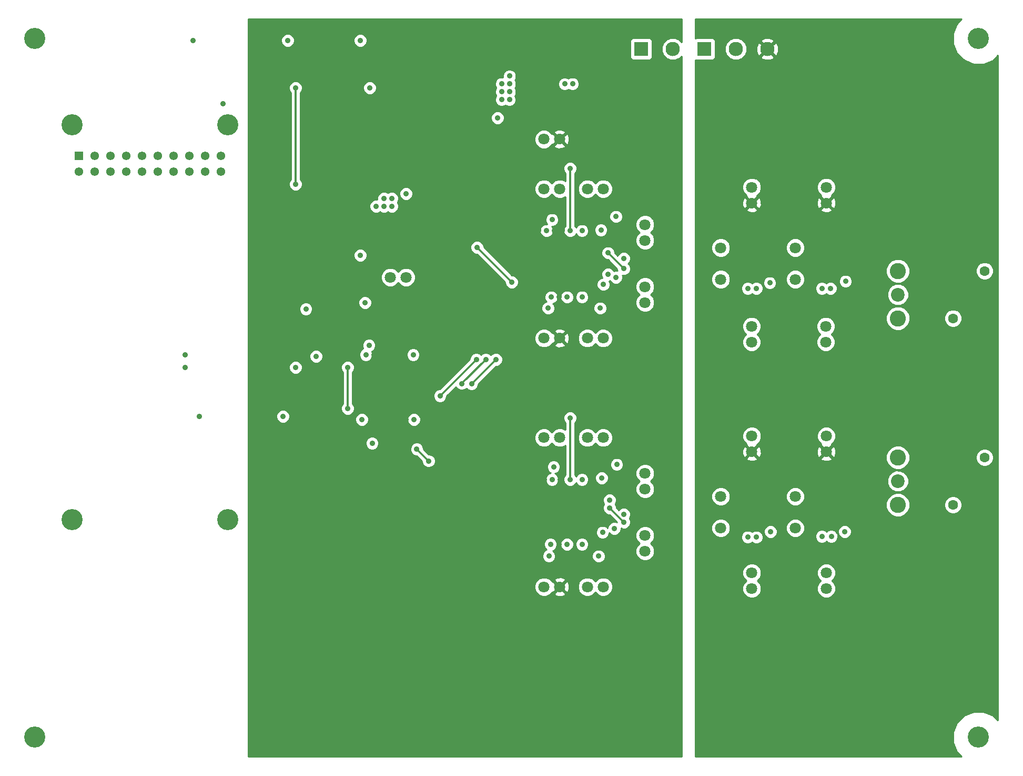
<source format=gbl>
%FSLAX34Y34*%
G04 Gerber Fmt 3.4, Leading zero omitted, Abs format*
G04 (created by PCBNEW (2014-02-03 BZR 4658)-product) date Thu 30 Jul 2015 10:30:08 PM PDT*
%MOIN*%
G01*
G70*
G90*
G04 APERTURE LIST*
%ADD10C,0.005906*%
%ADD11R,0.054370X0.054370*%
%ADD12C,0.054370*%
%ADD13C,0.070866*%
%ADD14R,0.090551X0.090551*%
%ADD15C,0.090551*%
%ADD16C,0.102362*%
%ADD17C,0.086614*%
%ADD18C,0.062992*%
%ADD19C,0.133900*%
%ADD20C,0.035000*%
%ADD21C,0.012000*%
%ADD22C,0.010000*%
G04 APERTURE END LIST*
G54D10*
G54D11*
X18064Y-22712D03*
G54D12*
X18064Y-23712D03*
X19064Y-22712D03*
X19064Y-23712D03*
X20064Y-22712D03*
X20064Y-23712D03*
X21064Y-22712D03*
X21064Y-23712D03*
X22064Y-22712D03*
X22064Y-23712D03*
X23064Y-22712D03*
X23064Y-23712D03*
X24064Y-22712D03*
X24064Y-23712D03*
X25064Y-22712D03*
X25064Y-23712D03*
X26064Y-22712D03*
X26064Y-23712D03*
X27064Y-22712D03*
X27064Y-23712D03*
G54D13*
X37800Y-30400D03*
X38800Y-30400D03*
X48538Y-49998D03*
X47538Y-49998D03*
X50294Y-49998D03*
X51294Y-49998D03*
X53944Y-47742D03*
X53944Y-46742D03*
X53944Y-43805D03*
X53944Y-42805D03*
X50294Y-40549D03*
X51294Y-40549D03*
X48538Y-40549D03*
X47538Y-40549D03*
X48538Y-34250D03*
X47538Y-34250D03*
X50294Y-34250D03*
X51294Y-34250D03*
X53944Y-31994D03*
X53944Y-30994D03*
X53944Y-28057D03*
X53944Y-27057D03*
X50294Y-24801D03*
X51294Y-24801D03*
X48538Y-24801D03*
X47538Y-24801D03*
X48531Y-21653D03*
X47531Y-21653D03*
X60700Y-33500D03*
X60700Y-34500D03*
X60711Y-24696D03*
X60711Y-25696D03*
X65400Y-33500D03*
X65400Y-34500D03*
X65435Y-24696D03*
X65435Y-25696D03*
X58742Y-28527D03*
X58742Y-30527D03*
X63466Y-28527D03*
X63466Y-30527D03*
X60711Y-49106D03*
X60711Y-50106D03*
X60711Y-40444D03*
X60711Y-41444D03*
X65435Y-49106D03*
X65435Y-50106D03*
X65435Y-40444D03*
X65435Y-41444D03*
X58742Y-44275D03*
X58742Y-46275D03*
X63466Y-44275D03*
X63466Y-46275D03*
G54D14*
X53700Y-15950D03*
G54D15*
X55700Y-15950D03*
G54D14*
X57700Y-15950D03*
G54D15*
X59700Y-15950D03*
X61700Y-15950D03*
G54D16*
X69968Y-32996D03*
X69968Y-29996D03*
G54D17*
X69968Y-31496D03*
G54D18*
X75468Y-29996D03*
X73468Y-32996D03*
G54D16*
X69968Y-44807D03*
X69968Y-41807D03*
G54D17*
X69968Y-43307D03*
G54D18*
X75468Y-41807D03*
X73468Y-44807D03*
G54D19*
X15279Y-15279D03*
X75074Y-15279D03*
X15279Y-59523D03*
X75074Y-59523D03*
X27486Y-45744D03*
X17643Y-45744D03*
X17643Y-20744D03*
X27486Y-20744D03*
G54D20*
X61000Y-46850D03*
X61900Y-46500D03*
X66600Y-46500D03*
X65750Y-46800D03*
X66650Y-30650D03*
X65700Y-31100D03*
X61850Y-30750D03*
X61000Y-31100D03*
X44850Y-19150D03*
X45350Y-19150D03*
X36900Y-25900D03*
X37900Y-25900D03*
X37900Y-25400D03*
X45356Y-17656D03*
X61850Y-44050D03*
X61000Y-43700D03*
X66600Y-44050D03*
X65750Y-43700D03*
X66600Y-28400D03*
X65700Y-28000D03*
X60900Y-28000D03*
X61850Y-28350D03*
X43250Y-35600D03*
X40950Y-37900D03*
X43850Y-35600D03*
X42330Y-37130D03*
X44500Y-35600D03*
X42950Y-37150D03*
X39480Y-41280D03*
X40230Y-42030D03*
X51600Y-30200D03*
X52600Y-29200D03*
X51600Y-28850D03*
X52600Y-29850D03*
X52600Y-45400D03*
X51700Y-44500D03*
X51700Y-45000D03*
X52600Y-45900D03*
X44600Y-20300D03*
X38800Y-25100D03*
X37400Y-25900D03*
X37400Y-25400D03*
X47700Y-27450D03*
X49350Y-18150D03*
X44850Y-18650D03*
X44850Y-18150D03*
X36500Y-18400D03*
X31300Y-15400D03*
X35900Y-15400D03*
X52000Y-46300D03*
X60450Y-46850D03*
X65150Y-46800D03*
X60450Y-31100D03*
X65150Y-31100D03*
X48050Y-43200D03*
X52150Y-42250D03*
X51200Y-43100D03*
X48150Y-42400D03*
X49950Y-43200D03*
X51250Y-46550D03*
X49950Y-47300D03*
X47950Y-47300D03*
X49000Y-47300D03*
X51000Y-48050D03*
X47850Y-48050D03*
X48856Y-18156D03*
X45356Y-18156D03*
X45356Y-18656D03*
X48050Y-26750D03*
X51150Y-27400D03*
X52100Y-26550D03*
X52100Y-30400D03*
X51300Y-30850D03*
X49950Y-27450D03*
X39250Y-35300D03*
X51100Y-32350D03*
X47800Y-32350D03*
X49950Y-31650D03*
X48000Y-31650D03*
X49000Y-31650D03*
X36650Y-40900D03*
X36000Y-39400D03*
X39300Y-39400D03*
X33100Y-35400D03*
X36200Y-32000D03*
X35900Y-29000D03*
X31000Y-39200D03*
X31800Y-36100D03*
X32450Y-32400D03*
X36450Y-34700D03*
X36250Y-35300D03*
X25300Y-15400D03*
X25700Y-39200D03*
X24800Y-36100D03*
X31800Y-24500D03*
X31800Y-18400D03*
X35100Y-38700D03*
X35100Y-36100D03*
X45500Y-30700D03*
X43300Y-28500D03*
X49200Y-39300D03*
X49200Y-43200D03*
X49200Y-27450D03*
X49200Y-23500D03*
X27200Y-19400D03*
X24800Y-35300D03*
X48850Y-19150D03*
X49350Y-19150D03*
X47200Y-27450D03*
X48200Y-27450D03*
X48700Y-27450D03*
X29800Y-19400D03*
X48550Y-43200D03*
X47550Y-43200D03*
X48500Y-47300D03*
X48500Y-31650D03*
X37400Y-40900D03*
X36700Y-39400D03*
X38800Y-39400D03*
X31000Y-38600D03*
X31800Y-35300D03*
X33100Y-33500D03*
X38250Y-34650D03*
X36750Y-35300D03*
G54D21*
X43250Y-35600D02*
X40950Y-37900D01*
X42330Y-37120D02*
X43850Y-35600D01*
X42330Y-37130D02*
X42330Y-37120D01*
X42950Y-37150D02*
X44500Y-35600D01*
X39480Y-41280D02*
X40230Y-42030D01*
X51600Y-28850D02*
X52600Y-29850D01*
X51700Y-45000D02*
X52600Y-45900D01*
X31800Y-24500D02*
X31800Y-18400D01*
X35100Y-36100D02*
X35100Y-38700D01*
X43300Y-28500D02*
X45500Y-30700D01*
X49200Y-43200D02*
X49200Y-39300D01*
X49200Y-23500D02*
X49200Y-23600D01*
X49200Y-27450D02*
X49200Y-23600D01*
G54D10*
G36*
X76305Y-58455D02*
X76033Y-58183D01*
X76033Y-41695D01*
X76033Y-29884D01*
X75947Y-29676D01*
X75788Y-29517D01*
X75581Y-29431D01*
X75356Y-29431D01*
X75148Y-29516D01*
X74989Y-29675D01*
X74903Y-29883D01*
X74903Y-30107D01*
X74989Y-30315D01*
X75148Y-30474D01*
X75355Y-30560D01*
X75580Y-30561D01*
X75788Y-30475D01*
X75947Y-30316D01*
X76033Y-30108D01*
X76033Y-29884D01*
X76033Y-41695D01*
X75947Y-41487D01*
X75788Y-41328D01*
X75581Y-41242D01*
X75356Y-41242D01*
X75148Y-41327D01*
X74989Y-41486D01*
X74903Y-41694D01*
X74903Y-41918D01*
X74989Y-42126D01*
X75148Y-42285D01*
X75355Y-42371D01*
X75580Y-42372D01*
X75788Y-42286D01*
X75947Y-42127D01*
X76033Y-41919D01*
X76033Y-41695D01*
X76033Y-58183D01*
X75996Y-58146D01*
X75399Y-57898D01*
X74752Y-57897D01*
X74155Y-58144D01*
X74033Y-58266D01*
X74033Y-44695D01*
X74033Y-32884D01*
X73947Y-32676D01*
X73788Y-32517D01*
X73581Y-32431D01*
X73356Y-32431D01*
X73148Y-32516D01*
X72989Y-32675D01*
X72903Y-32883D01*
X72903Y-33107D01*
X72989Y-33315D01*
X73148Y-33474D01*
X73355Y-33560D01*
X73580Y-33561D01*
X73788Y-33475D01*
X73947Y-33316D01*
X74033Y-33108D01*
X74033Y-32884D01*
X74033Y-44695D01*
X73947Y-44487D01*
X73788Y-44328D01*
X73581Y-44242D01*
X73356Y-44242D01*
X73148Y-44327D01*
X72989Y-44486D01*
X72903Y-44694D01*
X72903Y-44918D01*
X72989Y-45126D01*
X73148Y-45285D01*
X73355Y-45371D01*
X73580Y-45372D01*
X73788Y-45286D01*
X73947Y-45127D01*
X74033Y-44919D01*
X74033Y-44695D01*
X74033Y-58266D01*
X73697Y-58601D01*
X73449Y-59198D01*
X73449Y-59845D01*
X73695Y-60443D01*
X74006Y-60753D01*
X70730Y-60753D01*
X70730Y-44656D01*
X70730Y-41656D01*
X70730Y-32845D01*
X70730Y-29845D01*
X70614Y-29565D01*
X70400Y-29350D01*
X70120Y-29234D01*
X69817Y-29234D01*
X69537Y-29349D01*
X69323Y-29563D01*
X69206Y-29843D01*
X69206Y-30146D01*
X69322Y-30427D01*
X69536Y-30641D01*
X69816Y-30757D01*
X70119Y-30758D01*
X70399Y-30642D01*
X70613Y-30428D01*
X70730Y-30148D01*
X70730Y-29845D01*
X70730Y-32845D01*
X70651Y-32654D01*
X70651Y-31360D01*
X70547Y-31109D01*
X70355Y-30917D01*
X70104Y-30813D01*
X69833Y-30812D01*
X69582Y-30916D01*
X69389Y-31108D01*
X69285Y-31359D01*
X69285Y-31631D01*
X69389Y-31882D01*
X69581Y-32074D01*
X69832Y-32179D01*
X70103Y-32179D01*
X70354Y-32075D01*
X70547Y-31883D01*
X70651Y-31632D01*
X70651Y-31360D01*
X70651Y-32654D01*
X70614Y-32565D01*
X70400Y-32350D01*
X70120Y-32234D01*
X69817Y-32234D01*
X69537Y-32349D01*
X69323Y-32563D01*
X69206Y-32843D01*
X69206Y-33146D01*
X69322Y-33427D01*
X69536Y-33641D01*
X69816Y-33757D01*
X70119Y-33758D01*
X70399Y-33642D01*
X70613Y-33428D01*
X70730Y-33148D01*
X70730Y-32845D01*
X70730Y-41656D01*
X70614Y-41376D01*
X70400Y-41161D01*
X70120Y-41045D01*
X69817Y-41045D01*
X69537Y-41160D01*
X69323Y-41374D01*
X69206Y-41654D01*
X69206Y-41957D01*
X69322Y-42238D01*
X69536Y-42452D01*
X69816Y-42568D01*
X70119Y-42569D01*
X70399Y-42453D01*
X70613Y-42239D01*
X70730Y-41959D01*
X70730Y-41656D01*
X70730Y-44656D01*
X70651Y-44465D01*
X70651Y-43171D01*
X70547Y-42920D01*
X70355Y-42728D01*
X70104Y-42624D01*
X69833Y-42623D01*
X69582Y-42727D01*
X69389Y-42919D01*
X69285Y-43170D01*
X69285Y-43442D01*
X69389Y-43693D01*
X69581Y-43885D01*
X69832Y-43990D01*
X70103Y-43990D01*
X70354Y-43886D01*
X70547Y-43694D01*
X70651Y-43443D01*
X70651Y-43171D01*
X70651Y-44465D01*
X70614Y-44376D01*
X70400Y-44161D01*
X70120Y-44045D01*
X69817Y-44045D01*
X69537Y-44160D01*
X69323Y-44374D01*
X69206Y-44654D01*
X69206Y-44957D01*
X69322Y-45238D01*
X69536Y-45452D01*
X69816Y-45568D01*
X70119Y-45569D01*
X70399Y-45453D01*
X70613Y-45239D01*
X70730Y-44959D01*
X70730Y-44656D01*
X70730Y-60753D01*
X67075Y-60753D01*
X67075Y-30565D01*
X67010Y-30409D01*
X66891Y-30289D01*
X66734Y-30225D01*
X66565Y-30224D01*
X66409Y-30289D01*
X66289Y-30408D01*
X66225Y-30565D01*
X66224Y-30734D01*
X66289Y-30890D01*
X66408Y-31010D01*
X66565Y-31074D01*
X66734Y-31075D01*
X66890Y-31010D01*
X67010Y-30891D01*
X67074Y-30734D01*
X67075Y-30565D01*
X67075Y-60753D01*
X67025Y-60753D01*
X67025Y-46415D01*
X66960Y-46259D01*
X66841Y-46139D01*
X66684Y-46075D01*
X66515Y-46074D01*
X66359Y-46139D01*
X66239Y-46258D01*
X66175Y-46415D01*
X66174Y-46584D01*
X66239Y-46740D01*
X66358Y-46860D01*
X66515Y-46924D01*
X66684Y-46925D01*
X66840Y-46860D01*
X66960Y-46741D01*
X67024Y-46584D01*
X67025Y-46415D01*
X67025Y-60753D01*
X66175Y-60753D01*
X66175Y-46715D01*
X66125Y-46594D01*
X66125Y-31015D01*
X66060Y-30859D01*
X66044Y-30843D01*
X66044Y-25791D01*
X66039Y-25686D01*
X66039Y-24577D01*
X65948Y-24354D01*
X65778Y-24184D01*
X65556Y-24092D01*
X65315Y-24092D01*
X65093Y-24184D01*
X64923Y-24354D01*
X64831Y-24576D01*
X64830Y-24816D01*
X64922Y-25038D01*
X65092Y-25208D01*
X65100Y-25212D01*
X65080Y-25271D01*
X65435Y-25626D01*
X65789Y-25271D01*
X65770Y-25212D01*
X65777Y-25209D01*
X65947Y-25039D01*
X66039Y-24817D01*
X66039Y-24577D01*
X66039Y-25686D01*
X66034Y-25551D01*
X65961Y-25376D01*
X65860Y-25342D01*
X65506Y-25696D01*
X65860Y-26051D01*
X65961Y-26017D01*
X66044Y-25791D01*
X66044Y-30843D01*
X65941Y-30739D01*
X65789Y-30677D01*
X65789Y-26122D01*
X65435Y-25767D01*
X65364Y-25838D01*
X65364Y-25696D01*
X65010Y-25342D01*
X64909Y-25376D01*
X64826Y-25602D01*
X64836Y-25842D01*
X64909Y-26017D01*
X65010Y-26051D01*
X65364Y-25696D01*
X65364Y-25838D01*
X65080Y-26122D01*
X65114Y-26223D01*
X65340Y-26305D01*
X65580Y-26295D01*
X65755Y-26223D01*
X65789Y-26122D01*
X65789Y-30677D01*
X65784Y-30675D01*
X65615Y-30674D01*
X65459Y-30739D01*
X65425Y-30773D01*
X65391Y-30739D01*
X65234Y-30675D01*
X65065Y-30674D01*
X64909Y-30739D01*
X64789Y-30858D01*
X64725Y-31015D01*
X64724Y-31184D01*
X64789Y-31340D01*
X64908Y-31460D01*
X65065Y-31524D01*
X65234Y-31525D01*
X65390Y-31460D01*
X65424Y-31426D01*
X65458Y-31460D01*
X65615Y-31524D01*
X65784Y-31525D01*
X65940Y-31460D01*
X66060Y-31341D01*
X66124Y-31184D01*
X66125Y-31015D01*
X66125Y-46594D01*
X66110Y-46559D01*
X66044Y-46493D01*
X66044Y-41539D01*
X66039Y-41434D01*
X66039Y-40325D01*
X66004Y-40239D01*
X66004Y-34380D01*
X65912Y-34158D01*
X65754Y-33999D01*
X65912Y-33842D01*
X66004Y-33620D01*
X66004Y-33380D01*
X65912Y-33158D01*
X65742Y-32987D01*
X65520Y-32895D01*
X65280Y-32895D01*
X65058Y-32987D01*
X64887Y-33157D01*
X64795Y-33379D01*
X64795Y-33619D01*
X64887Y-33841D01*
X65045Y-34000D01*
X64887Y-34157D01*
X64795Y-34379D01*
X64795Y-34619D01*
X64887Y-34841D01*
X65057Y-35012D01*
X65279Y-35104D01*
X65519Y-35104D01*
X65741Y-35012D01*
X65912Y-34842D01*
X66004Y-34620D01*
X66004Y-34380D01*
X66004Y-40239D01*
X65948Y-40103D01*
X65778Y-39932D01*
X65556Y-39840D01*
X65315Y-39840D01*
X65093Y-39932D01*
X64923Y-40102D01*
X64831Y-40324D01*
X64830Y-40564D01*
X64922Y-40786D01*
X65092Y-40956D01*
X65100Y-40960D01*
X65080Y-41019D01*
X65435Y-41374D01*
X65789Y-41019D01*
X65770Y-40960D01*
X65777Y-40957D01*
X65947Y-40787D01*
X66039Y-40565D01*
X66039Y-40325D01*
X66039Y-41434D01*
X66034Y-41299D01*
X65961Y-41124D01*
X65860Y-41090D01*
X65506Y-41444D01*
X65860Y-41799D01*
X65961Y-41765D01*
X66044Y-41539D01*
X66044Y-46493D01*
X65991Y-46439D01*
X65834Y-46375D01*
X65789Y-46375D01*
X65789Y-41870D01*
X65435Y-41515D01*
X65364Y-41586D01*
X65364Y-41444D01*
X65010Y-41090D01*
X64909Y-41124D01*
X64826Y-41350D01*
X64836Y-41590D01*
X64909Y-41765D01*
X65010Y-41799D01*
X65364Y-41444D01*
X65364Y-41586D01*
X65080Y-41870D01*
X65114Y-41971D01*
X65340Y-42053D01*
X65580Y-42043D01*
X65755Y-41971D01*
X65789Y-41870D01*
X65789Y-46375D01*
X65665Y-46374D01*
X65509Y-46439D01*
X65450Y-46498D01*
X65391Y-46439D01*
X65234Y-46375D01*
X65065Y-46374D01*
X64909Y-46439D01*
X64789Y-46558D01*
X64725Y-46715D01*
X64724Y-46884D01*
X64789Y-47040D01*
X64908Y-47160D01*
X65065Y-47224D01*
X65234Y-47225D01*
X65390Y-47160D01*
X65449Y-47101D01*
X65508Y-47160D01*
X65665Y-47224D01*
X65834Y-47225D01*
X65990Y-47160D01*
X66110Y-47041D01*
X66174Y-46884D01*
X66175Y-46715D01*
X66175Y-60753D01*
X66039Y-60753D01*
X66039Y-49986D01*
X65948Y-49764D01*
X65790Y-49606D01*
X65947Y-49449D01*
X66039Y-49227D01*
X66039Y-48986D01*
X65948Y-48764D01*
X65778Y-48594D01*
X65556Y-48502D01*
X65315Y-48501D01*
X65093Y-48593D01*
X64923Y-48763D01*
X64831Y-48985D01*
X64830Y-49225D01*
X64922Y-49448D01*
X65080Y-49606D01*
X64923Y-49763D01*
X64831Y-49985D01*
X64830Y-50225D01*
X64922Y-50448D01*
X65092Y-50618D01*
X65314Y-50710D01*
X65555Y-50710D01*
X65777Y-50618D01*
X65947Y-50449D01*
X66039Y-50227D01*
X66039Y-49986D01*
X66039Y-60753D01*
X64071Y-60753D01*
X64071Y-46155D01*
X64071Y-44155D01*
X64071Y-30407D01*
X64071Y-28407D01*
X63979Y-28185D01*
X63809Y-28015D01*
X63587Y-27923D01*
X63347Y-27923D01*
X63125Y-28014D01*
X62954Y-28184D01*
X62862Y-28406D01*
X62862Y-28647D01*
X62954Y-28869D01*
X63124Y-29039D01*
X63346Y-29131D01*
X63586Y-29131D01*
X63808Y-29040D01*
X63978Y-28870D01*
X64071Y-28648D01*
X64071Y-28407D01*
X64071Y-30407D01*
X63979Y-30185D01*
X63809Y-30015D01*
X63587Y-29923D01*
X63347Y-29923D01*
X63125Y-30014D01*
X62954Y-30184D01*
X62862Y-30406D01*
X62862Y-30647D01*
X62954Y-30869D01*
X63124Y-31039D01*
X63346Y-31131D01*
X63586Y-31131D01*
X63808Y-31040D01*
X63978Y-30870D01*
X64071Y-30648D01*
X64071Y-30407D01*
X64071Y-44155D01*
X63979Y-43933D01*
X63809Y-43763D01*
X63587Y-43671D01*
X63347Y-43671D01*
X63125Y-43762D01*
X62954Y-43932D01*
X62862Y-44154D01*
X62862Y-44395D01*
X62954Y-44617D01*
X63124Y-44787D01*
X63346Y-44879D01*
X63586Y-44880D01*
X63808Y-44788D01*
X63978Y-44618D01*
X64071Y-44396D01*
X64071Y-44155D01*
X64071Y-46155D01*
X63979Y-45933D01*
X63809Y-45763D01*
X63587Y-45671D01*
X63347Y-45671D01*
X63125Y-45762D01*
X62954Y-45932D01*
X62862Y-46154D01*
X62862Y-46395D01*
X62954Y-46617D01*
X63124Y-46787D01*
X63346Y-46879D01*
X63586Y-46880D01*
X63808Y-46788D01*
X63978Y-46618D01*
X64071Y-46396D01*
X64071Y-46155D01*
X64071Y-60753D01*
X62406Y-60753D01*
X62406Y-16068D01*
X62398Y-15788D01*
X62307Y-15570D01*
X62196Y-15524D01*
X62125Y-15594D01*
X62125Y-15453D01*
X62079Y-15342D01*
X61818Y-15243D01*
X61538Y-15251D01*
X61320Y-15342D01*
X61274Y-15453D01*
X61700Y-15879D01*
X62125Y-15453D01*
X62125Y-15594D01*
X61770Y-15950D01*
X62196Y-16375D01*
X62307Y-16329D01*
X62406Y-16068D01*
X62406Y-60753D01*
X62325Y-60753D01*
X62325Y-46415D01*
X62275Y-46294D01*
X62275Y-30665D01*
X62210Y-30509D01*
X62125Y-30424D01*
X62125Y-16446D01*
X61700Y-16020D01*
X61629Y-16091D01*
X61629Y-15950D01*
X61203Y-15524D01*
X61092Y-15570D01*
X60993Y-15831D01*
X61001Y-16111D01*
X61092Y-16329D01*
X61203Y-16375D01*
X61629Y-15950D01*
X61629Y-16091D01*
X61274Y-16446D01*
X61320Y-16557D01*
X61581Y-16656D01*
X61861Y-16648D01*
X62079Y-16557D01*
X62125Y-16446D01*
X62125Y-30424D01*
X62091Y-30389D01*
X61934Y-30325D01*
X61765Y-30324D01*
X61609Y-30389D01*
X61489Y-30508D01*
X61425Y-30665D01*
X61424Y-30834D01*
X61489Y-30990D01*
X61608Y-31110D01*
X61765Y-31174D01*
X61934Y-31175D01*
X62090Y-31110D01*
X62210Y-30991D01*
X62274Y-30834D01*
X62275Y-30665D01*
X62275Y-46294D01*
X62260Y-46259D01*
X62141Y-46139D01*
X61984Y-46075D01*
X61815Y-46074D01*
X61659Y-46139D01*
X61539Y-46258D01*
X61475Y-46415D01*
X61474Y-46584D01*
X61539Y-46740D01*
X61658Y-46860D01*
X61815Y-46924D01*
X61984Y-46925D01*
X62140Y-46860D01*
X62260Y-46741D01*
X62324Y-46584D01*
X62325Y-46415D01*
X62325Y-60753D01*
X61425Y-60753D01*
X61425Y-46765D01*
X61425Y-31015D01*
X61360Y-30859D01*
X61319Y-30818D01*
X61319Y-25791D01*
X61315Y-25686D01*
X61315Y-24577D01*
X61223Y-24354D01*
X61053Y-24184D01*
X60831Y-24092D01*
X60591Y-24092D01*
X60402Y-24170D01*
X60402Y-15810D01*
X60296Y-15552D01*
X60098Y-15354D01*
X59840Y-15247D01*
X59560Y-15247D01*
X59302Y-15353D01*
X59104Y-15551D01*
X58997Y-15809D01*
X58997Y-16089D01*
X59103Y-16347D01*
X59301Y-16545D01*
X59559Y-16652D01*
X59839Y-16652D01*
X60097Y-16546D01*
X60295Y-16348D01*
X60402Y-16090D01*
X60402Y-15810D01*
X60402Y-24170D01*
X60369Y-24184D01*
X60198Y-24354D01*
X60106Y-24576D01*
X60106Y-24816D01*
X60198Y-25038D01*
X60368Y-25208D01*
X60376Y-25212D01*
X60356Y-25271D01*
X60711Y-25626D01*
X61065Y-25271D01*
X61045Y-25212D01*
X61052Y-25209D01*
X61223Y-25039D01*
X61315Y-24817D01*
X61315Y-24577D01*
X61315Y-25686D01*
X61309Y-25551D01*
X61237Y-25376D01*
X61136Y-25342D01*
X60781Y-25696D01*
X61136Y-26051D01*
X61237Y-26017D01*
X61319Y-25791D01*
X61319Y-30818D01*
X61241Y-30739D01*
X61084Y-30675D01*
X61065Y-30675D01*
X61065Y-26122D01*
X60711Y-25767D01*
X60640Y-25838D01*
X60640Y-25696D01*
X60285Y-25342D01*
X60184Y-25376D01*
X60102Y-25602D01*
X60112Y-25842D01*
X60184Y-26017D01*
X60285Y-26051D01*
X60640Y-25696D01*
X60640Y-25838D01*
X60356Y-26122D01*
X60390Y-26223D01*
X60616Y-26305D01*
X60856Y-26295D01*
X61031Y-26223D01*
X61065Y-26122D01*
X61065Y-30675D01*
X60915Y-30674D01*
X60759Y-30739D01*
X60725Y-30773D01*
X60691Y-30739D01*
X60534Y-30675D01*
X60365Y-30674D01*
X60209Y-30739D01*
X60089Y-30858D01*
X60025Y-31015D01*
X60024Y-31184D01*
X60089Y-31340D01*
X60208Y-31460D01*
X60365Y-31524D01*
X60534Y-31525D01*
X60690Y-31460D01*
X60724Y-31426D01*
X60758Y-31460D01*
X60915Y-31524D01*
X61084Y-31525D01*
X61240Y-31460D01*
X61360Y-31341D01*
X61424Y-31184D01*
X61425Y-31015D01*
X61425Y-46765D01*
X61360Y-46609D01*
X61319Y-46568D01*
X61319Y-41539D01*
X61315Y-41434D01*
X61315Y-40325D01*
X61304Y-40298D01*
X61304Y-34380D01*
X61212Y-34158D01*
X61054Y-33999D01*
X61212Y-33842D01*
X61304Y-33620D01*
X61304Y-33380D01*
X61212Y-33158D01*
X61042Y-32987D01*
X60820Y-32895D01*
X60580Y-32895D01*
X60358Y-32987D01*
X60187Y-33157D01*
X60095Y-33379D01*
X60095Y-33619D01*
X60187Y-33841D01*
X60345Y-34000D01*
X60187Y-34157D01*
X60095Y-34379D01*
X60095Y-34619D01*
X60187Y-34841D01*
X60357Y-35012D01*
X60579Y-35104D01*
X60819Y-35104D01*
X61041Y-35012D01*
X61212Y-34842D01*
X61304Y-34620D01*
X61304Y-34380D01*
X61304Y-40298D01*
X61223Y-40103D01*
X61053Y-39932D01*
X60831Y-39840D01*
X60591Y-39840D01*
X60369Y-39932D01*
X60198Y-40102D01*
X60106Y-40324D01*
X60106Y-40564D01*
X60198Y-40786D01*
X60368Y-40956D01*
X60376Y-40960D01*
X60356Y-41019D01*
X60711Y-41374D01*
X61065Y-41019D01*
X61045Y-40960D01*
X61052Y-40957D01*
X61223Y-40787D01*
X61315Y-40565D01*
X61315Y-40325D01*
X61315Y-41434D01*
X61309Y-41299D01*
X61237Y-41124D01*
X61136Y-41090D01*
X60781Y-41444D01*
X61136Y-41799D01*
X61237Y-41765D01*
X61319Y-41539D01*
X61319Y-46568D01*
X61241Y-46489D01*
X61084Y-46425D01*
X61065Y-46425D01*
X61065Y-41870D01*
X60711Y-41515D01*
X60640Y-41586D01*
X60640Y-41444D01*
X60285Y-41090D01*
X60184Y-41124D01*
X60102Y-41350D01*
X60112Y-41590D01*
X60184Y-41765D01*
X60285Y-41799D01*
X60640Y-41444D01*
X60640Y-41586D01*
X60356Y-41870D01*
X60390Y-41971D01*
X60616Y-42053D01*
X60856Y-42043D01*
X61031Y-41971D01*
X61065Y-41870D01*
X61065Y-46425D01*
X60915Y-46424D01*
X60759Y-46489D01*
X60725Y-46523D01*
X60691Y-46489D01*
X60534Y-46425D01*
X60365Y-46424D01*
X60209Y-46489D01*
X60089Y-46608D01*
X60025Y-46765D01*
X60024Y-46934D01*
X60089Y-47090D01*
X60208Y-47210D01*
X60365Y-47274D01*
X60534Y-47275D01*
X60690Y-47210D01*
X60724Y-47176D01*
X60758Y-47210D01*
X60915Y-47274D01*
X61084Y-47275D01*
X61240Y-47210D01*
X61360Y-47091D01*
X61424Y-46934D01*
X61425Y-46765D01*
X61425Y-60753D01*
X61315Y-60753D01*
X61315Y-49986D01*
X61223Y-49764D01*
X61065Y-49606D01*
X61223Y-49449D01*
X61315Y-49227D01*
X61315Y-48986D01*
X61223Y-48764D01*
X61053Y-48594D01*
X60831Y-48502D01*
X60591Y-48501D01*
X60369Y-48593D01*
X60198Y-48763D01*
X60106Y-48985D01*
X60106Y-49225D01*
X60198Y-49448D01*
X60356Y-49606D01*
X60198Y-49763D01*
X60106Y-49985D01*
X60106Y-50225D01*
X60198Y-50448D01*
X60368Y-50618D01*
X60590Y-50710D01*
X60830Y-50710D01*
X61052Y-50618D01*
X61223Y-50449D01*
X61315Y-50227D01*
X61315Y-49986D01*
X61315Y-60753D01*
X59346Y-60753D01*
X59346Y-46155D01*
X59346Y-44155D01*
X59346Y-30407D01*
X59346Y-28407D01*
X59255Y-28185D01*
X59085Y-28015D01*
X58863Y-27923D01*
X58622Y-27923D01*
X58400Y-28014D01*
X58230Y-28184D01*
X58138Y-28406D01*
X58138Y-28647D01*
X58229Y-28869D01*
X58399Y-29039D01*
X58621Y-29131D01*
X58862Y-29131D01*
X59084Y-29040D01*
X59254Y-28870D01*
X59346Y-28648D01*
X59346Y-28407D01*
X59346Y-30407D01*
X59255Y-30185D01*
X59085Y-30015D01*
X58863Y-29923D01*
X58622Y-29923D01*
X58400Y-30014D01*
X58230Y-30184D01*
X58138Y-30406D01*
X58138Y-30647D01*
X58229Y-30869D01*
X58399Y-31039D01*
X58621Y-31131D01*
X58862Y-31131D01*
X59084Y-31040D01*
X59254Y-30870D01*
X59346Y-30648D01*
X59346Y-30407D01*
X59346Y-44155D01*
X59255Y-43933D01*
X59085Y-43763D01*
X58863Y-43671D01*
X58622Y-43671D01*
X58400Y-43762D01*
X58230Y-43932D01*
X58138Y-44154D01*
X58138Y-44395D01*
X58229Y-44617D01*
X58399Y-44787D01*
X58621Y-44879D01*
X58862Y-44880D01*
X59084Y-44788D01*
X59254Y-44618D01*
X59346Y-44396D01*
X59346Y-44155D01*
X59346Y-46155D01*
X59255Y-45933D01*
X59085Y-45763D01*
X58863Y-45671D01*
X58622Y-45671D01*
X58400Y-45762D01*
X58230Y-45932D01*
X58138Y-46154D01*
X58138Y-46395D01*
X58229Y-46617D01*
X58399Y-46787D01*
X58621Y-46879D01*
X58862Y-46880D01*
X59084Y-46788D01*
X59254Y-46618D01*
X59346Y-46396D01*
X59346Y-46155D01*
X59346Y-60753D01*
X57136Y-60753D01*
X57136Y-16627D01*
X57197Y-16652D01*
X57296Y-16652D01*
X58202Y-16652D01*
X58294Y-16614D01*
X58364Y-16544D01*
X58402Y-16452D01*
X58402Y-16353D01*
X58402Y-15447D01*
X58364Y-15355D01*
X58294Y-15285D01*
X58202Y-15247D01*
X58103Y-15247D01*
X57197Y-15247D01*
X57136Y-15272D01*
X57136Y-14049D01*
X74006Y-14049D01*
X73697Y-14357D01*
X73449Y-14954D01*
X73449Y-15601D01*
X73695Y-16199D01*
X74152Y-16656D01*
X74750Y-16904D01*
X75396Y-16905D01*
X75994Y-16658D01*
X76305Y-16348D01*
X76305Y-58455D01*
X76305Y-58455D01*
G37*
G54D22*
X76305Y-58455D02*
X76033Y-58183D01*
X76033Y-41695D01*
X76033Y-29884D01*
X75947Y-29676D01*
X75788Y-29517D01*
X75581Y-29431D01*
X75356Y-29431D01*
X75148Y-29516D01*
X74989Y-29675D01*
X74903Y-29883D01*
X74903Y-30107D01*
X74989Y-30315D01*
X75148Y-30474D01*
X75355Y-30560D01*
X75580Y-30561D01*
X75788Y-30475D01*
X75947Y-30316D01*
X76033Y-30108D01*
X76033Y-29884D01*
X76033Y-41695D01*
X75947Y-41487D01*
X75788Y-41328D01*
X75581Y-41242D01*
X75356Y-41242D01*
X75148Y-41327D01*
X74989Y-41486D01*
X74903Y-41694D01*
X74903Y-41918D01*
X74989Y-42126D01*
X75148Y-42285D01*
X75355Y-42371D01*
X75580Y-42372D01*
X75788Y-42286D01*
X75947Y-42127D01*
X76033Y-41919D01*
X76033Y-41695D01*
X76033Y-58183D01*
X75996Y-58146D01*
X75399Y-57898D01*
X74752Y-57897D01*
X74155Y-58144D01*
X74033Y-58266D01*
X74033Y-44695D01*
X74033Y-32884D01*
X73947Y-32676D01*
X73788Y-32517D01*
X73581Y-32431D01*
X73356Y-32431D01*
X73148Y-32516D01*
X72989Y-32675D01*
X72903Y-32883D01*
X72903Y-33107D01*
X72989Y-33315D01*
X73148Y-33474D01*
X73355Y-33560D01*
X73580Y-33561D01*
X73788Y-33475D01*
X73947Y-33316D01*
X74033Y-33108D01*
X74033Y-32884D01*
X74033Y-44695D01*
X73947Y-44487D01*
X73788Y-44328D01*
X73581Y-44242D01*
X73356Y-44242D01*
X73148Y-44327D01*
X72989Y-44486D01*
X72903Y-44694D01*
X72903Y-44918D01*
X72989Y-45126D01*
X73148Y-45285D01*
X73355Y-45371D01*
X73580Y-45372D01*
X73788Y-45286D01*
X73947Y-45127D01*
X74033Y-44919D01*
X74033Y-44695D01*
X74033Y-58266D01*
X73697Y-58601D01*
X73449Y-59198D01*
X73449Y-59845D01*
X73695Y-60443D01*
X74006Y-60753D01*
X70730Y-60753D01*
X70730Y-44656D01*
X70730Y-41656D01*
X70730Y-32845D01*
X70730Y-29845D01*
X70614Y-29565D01*
X70400Y-29350D01*
X70120Y-29234D01*
X69817Y-29234D01*
X69537Y-29349D01*
X69323Y-29563D01*
X69206Y-29843D01*
X69206Y-30146D01*
X69322Y-30427D01*
X69536Y-30641D01*
X69816Y-30757D01*
X70119Y-30758D01*
X70399Y-30642D01*
X70613Y-30428D01*
X70730Y-30148D01*
X70730Y-29845D01*
X70730Y-32845D01*
X70651Y-32654D01*
X70651Y-31360D01*
X70547Y-31109D01*
X70355Y-30917D01*
X70104Y-30813D01*
X69833Y-30812D01*
X69582Y-30916D01*
X69389Y-31108D01*
X69285Y-31359D01*
X69285Y-31631D01*
X69389Y-31882D01*
X69581Y-32074D01*
X69832Y-32179D01*
X70103Y-32179D01*
X70354Y-32075D01*
X70547Y-31883D01*
X70651Y-31632D01*
X70651Y-31360D01*
X70651Y-32654D01*
X70614Y-32565D01*
X70400Y-32350D01*
X70120Y-32234D01*
X69817Y-32234D01*
X69537Y-32349D01*
X69323Y-32563D01*
X69206Y-32843D01*
X69206Y-33146D01*
X69322Y-33427D01*
X69536Y-33641D01*
X69816Y-33757D01*
X70119Y-33758D01*
X70399Y-33642D01*
X70613Y-33428D01*
X70730Y-33148D01*
X70730Y-32845D01*
X70730Y-41656D01*
X70614Y-41376D01*
X70400Y-41161D01*
X70120Y-41045D01*
X69817Y-41045D01*
X69537Y-41160D01*
X69323Y-41374D01*
X69206Y-41654D01*
X69206Y-41957D01*
X69322Y-42238D01*
X69536Y-42452D01*
X69816Y-42568D01*
X70119Y-42569D01*
X70399Y-42453D01*
X70613Y-42239D01*
X70730Y-41959D01*
X70730Y-41656D01*
X70730Y-44656D01*
X70651Y-44465D01*
X70651Y-43171D01*
X70547Y-42920D01*
X70355Y-42728D01*
X70104Y-42624D01*
X69833Y-42623D01*
X69582Y-42727D01*
X69389Y-42919D01*
X69285Y-43170D01*
X69285Y-43442D01*
X69389Y-43693D01*
X69581Y-43885D01*
X69832Y-43990D01*
X70103Y-43990D01*
X70354Y-43886D01*
X70547Y-43694D01*
X70651Y-43443D01*
X70651Y-43171D01*
X70651Y-44465D01*
X70614Y-44376D01*
X70400Y-44161D01*
X70120Y-44045D01*
X69817Y-44045D01*
X69537Y-44160D01*
X69323Y-44374D01*
X69206Y-44654D01*
X69206Y-44957D01*
X69322Y-45238D01*
X69536Y-45452D01*
X69816Y-45568D01*
X70119Y-45569D01*
X70399Y-45453D01*
X70613Y-45239D01*
X70730Y-44959D01*
X70730Y-44656D01*
X70730Y-60753D01*
X67075Y-60753D01*
X67075Y-30565D01*
X67010Y-30409D01*
X66891Y-30289D01*
X66734Y-30225D01*
X66565Y-30224D01*
X66409Y-30289D01*
X66289Y-30408D01*
X66225Y-30565D01*
X66224Y-30734D01*
X66289Y-30890D01*
X66408Y-31010D01*
X66565Y-31074D01*
X66734Y-31075D01*
X66890Y-31010D01*
X67010Y-30891D01*
X67074Y-30734D01*
X67075Y-30565D01*
X67075Y-60753D01*
X67025Y-60753D01*
X67025Y-46415D01*
X66960Y-46259D01*
X66841Y-46139D01*
X66684Y-46075D01*
X66515Y-46074D01*
X66359Y-46139D01*
X66239Y-46258D01*
X66175Y-46415D01*
X66174Y-46584D01*
X66239Y-46740D01*
X66358Y-46860D01*
X66515Y-46924D01*
X66684Y-46925D01*
X66840Y-46860D01*
X66960Y-46741D01*
X67024Y-46584D01*
X67025Y-46415D01*
X67025Y-60753D01*
X66175Y-60753D01*
X66175Y-46715D01*
X66125Y-46594D01*
X66125Y-31015D01*
X66060Y-30859D01*
X66044Y-30843D01*
X66044Y-25791D01*
X66039Y-25686D01*
X66039Y-24577D01*
X65948Y-24354D01*
X65778Y-24184D01*
X65556Y-24092D01*
X65315Y-24092D01*
X65093Y-24184D01*
X64923Y-24354D01*
X64831Y-24576D01*
X64830Y-24816D01*
X64922Y-25038D01*
X65092Y-25208D01*
X65100Y-25212D01*
X65080Y-25271D01*
X65435Y-25626D01*
X65789Y-25271D01*
X65770Y-25212D01*
X65777Y-25209D01*
X65947Y-25039D01*
X66039Y-24817D01*
X66039Y-24577D01*
X66039Y-25686D01*
X66034Y-25551D01*
X65961Y-25376D01*
X65860Y-25342D01*
X65506Y-25696D01*
X65860Y-26051D01*
X65961Y-26017D01*
X66044Y-25791D01*
X66044Y-30843D01*
X65941Y-30739D01*
X65789Y-30677D01*
X65789Y-26122D01*
X65435Y-25767D01*
X65364Y-25838D01*
X65364Y-25696D01*
X65010Y-25342D01*
X64909Y-25376D01*
X64826Y-25602D01*
X64836Y-25842D01*
X64909Y-26017D01*
X65010Y-26051D01*
X65364Y-25696D01*
X65364Y-25838D01*
X65080Y-26122D01*
X65114Y-26223D01*
X65340Y-26305D01*
X65580Y-26295D01*
X65755Y-26223D01*
X65789Y-26122D01*
X65789Y-30677D01*
X65784Y-30675D01*
X65615Y-30674D01*
X65459Y-30739D01*
X65425Y-30773D01*
X65391Y-30739D01*
X65234Y-30675D01*
X65065Y-30674D01*
X64909Y-30739D01*
X64789Y-30858D01*
X64725Y-31015D01*
X64724Y-31184D01*
X64789Y-31340D01*
X64908Y-31460D01*
X65065Y-31524D01*
X65234Y-31525D01*
X65390Y-31460D01*
X65424Y-31426D01*
X65458Y-31460D01*
X65615Y-31524D01*
X65784Y-31525D01*
X65940Y-31460D01*
X66060Y-31341D01*
X66124Y-31184D01*
X66125Y-31015D01*
X66125Y-46594D01*
X66110Y-46559D01*
X66044Y-46493D01*
X66044Y-41539D01*
X66039Y-41434D01*
X66039Y-40325D01*
X66004Y-40239D01*
X66004Y-34380D01*
X65912Y-34158D01*
X65754Y-33999D01*
X65912Y-33842D01*
X66004Y-33620D01*
X66004Y-33380D01*
X65912Y-33158D01*
X65742Y-32987D01*
X65520Y-32895D01*
X65280Y-32895D01*
X65058Y-32987D01*
X64887Y-33157D01*
X64795Y-33379D01*
X64795Y-33619D01*
X64887Y-33841D01*
X65045Y-34000D01*
X64887Y-34157D01*
X64795Y-34379D01*
X64795Y-34619D01*
X64887Y-34841D01*
X65057Y-35012D01*
X65279Y-35104D01*
X65519Y-35104D01*
X65741Y-35012D01*
X65912Y-34842D01*
X66004Y-34620D01*
X66004Y-34380D01*
X66004Y-40239D01*
X65948Y-40103D01*
X65778Y-39932D01*
X65556Y-39840D01*
X65315Y-39840D01*
X65093Y-39932D01*
X64923Y-40102D01*
X64831Y-40324D01*
X64830Y-40564D01*
X64922Y-40786D01*
X65092Y-40956D01*
X65100Y-40960D01*
X65080Y-41019D01*
X65435Y-41374D01*
X65789Y-41019D01*
X65770Y-40960D01*
X65777Y-40957D01*
X65947Y-40787D01*
X66039Y-40565D01*
X66039Y-40325D01*
X66039Y-41434D01*
X66034Y-41299D01*
X65961Y-41124D01*
X65860Y-41090D01*
X65506Y-41444D01*
X65860Y-41799D01*
X65961Y-41765D01*
X66044Y-41539D01*
X66044Y-46493D01*
X65991Y-46439D01*
X65834Y-46375D01*
X65789Y-46375D01*
X65789Y-41870D01*
X65435Y-41515D01*
X65364Y-41586D01*
X65364Y-41444D01*
X65010Y-41090D01*
X64909Y-41124D01*
X64826Y-41350D01*
X64836Y-41590D01*
X64909Y-41765D01*
X65010Y-41799D01*
X65364Y-41444D01*
X65364Y-41586D01*
X65080Y-41870D01*
X65114Y-41971D01*
X65340Y-42053D01*
X65580Y-42043D01*
X65755Y-41971D01*
X65789Y-41870D01*
X65789Y-46375D01*
X65665Y-46374D01*
X65509Y-46439D01*
X65450Y-46498D01*
X65391Y-46439D01*
X65234Y-46375D01*
X65065Y-46374D01*
X64909Y-46439D01*
X64789Y-46558D01*
X64725Y-46715D01*
X64724Y-46884D01*
X64789Y-47040D01*
X64908Y-47160D01*
X65065Y-47224D01*
X65234Y-47225D01*
X65390Y-47160D01*
X65449Y-47101D01*
X65508Y-47160D01*
X65665Y-47224D01*
X65834Y-47225D01*
X65990Y-47160D01*
X66110Y-47041D01*
X66174Y-46884D01*
X66175Y-46715D01*
X66175Y-60753D01*
X66039Y-60753D01*
X66039Y-49986D01*
X65948Y-49764D01*
X65790Y-49606D01*
X65947Y-49449D01*
X66039Y-49227D01*
X66039Y-48986D01*
X65948Y-48764D01*
X65778Y-48594D01*
X65556Y-48502D01*
X65315Y-48501D01*
X65093Y-48593D01*
X64923Y-48763D01*
X64831Y-48985D01*
X64830Y-49225D01*
X64922Y-49448D01*
X65080Y-49606D01*
X64923Y-49763D01*
X64831Y-49985D01*
X64830Y-50225D01*
X64922Y-50448D01*
X65092Y-50618D01*
X65314Y-50710D01*
X65555Y-50710D01*
X65777Y-50618D01*
X65947Y-50449D01*
X66039Y-50227D01*
X66039Y-49986D01*
X66039Y-60753D01*
X64071Y-60753D01*
X64071Y-46155D01*
X64071Y-44155D01*
X64071Y-30407D01*
X64071Y-28407D01*
X63979Y-28185D01*
X63809Y-28015D01*
X63587Y-27923D01*
X63347Y-27923D01*
X63125Y-28014D01*
X62954Y-28184D01*
X62862Y-28406D01*
X62862Y-28647D01*
X62954Y-28869D01*
X63124Y-29039D01*
X63346Y-29131D01*
X63586Y-29131D01*
X63808Y-29040D01*
X63978Y-28870D01*
X64071Y-28648D01*
X64071Y-28407D01*
X64071Y-30407D01*
X63979Y-30185D01*
X63809Y-30015D01*
X63587Y-29923D01*
X63347Y-29923D01*
X63125Y-30014D01*
X62954Y-30184D01*
X62862Y-30406D01*
X62862Y-30647D01*
X62954Y-30869D01*
X63124Y-31039D01*
X63346Y-31131D01*
X63586Y-31131D01*
X63808Y-31040D01*
X63978Y-30870D01*
X64071Y-30648D01*
X64071Y-30407D01*
X64071Y-44155D01*
X63979Y-43933D01*
X63809Y-43763D01*
X63587Y-43671D01*
X63347Y-43671D01*
X63125Y-43762D01*
X62954Y-43932D01*
X62862Y-44154D01*
X62862Y-44395D01*
X62954Y-44617D01*
X63124Y-44787D01*
X63346Y-44879D01*
X63586Y-44880D01*
X63808Y-44788D01*
X63978Y-44618D01*
X64071Y-44396D01*
X64071Y-44155D01*
X64071Y-46155D01*
X63979Y-45933D01*
X63809Y-45763D01*
X63587Y-45671D01*
X63347Y-45671D01*
X63125Y-45762D01*
X62954Y-45932D01*
X62862Y-46154D01*
X62862Y-46395D01*
X62954Y-46617D01*
X63124Y-46787D01*
X63346Y-46879D01*
X63586Y-46880D01*
X63808Y-46788D01*
X63978Y-46618D01*
X64071Y-46396D01*
X64071Y-46155D01*
X64071Y-60753D01*
X62406Y-60753D01*
X62406Y-16068D01*
X62398Y-15788D01*
X62307Y-15570D01*
X62196Y-15524D01*
X62125Y-15594D01*
X62125Y-15453D01*
X62079Y-15342D01*
X61818Y-15243D01*
X61538Y-15251D01*
X61320Y-15342D01*
X61274Y-15453D01*
X61700Y-15879D01*
X62125Y-15453D01*
X62125Y-15594D01*
X61770Y-15950D01*
X62196Y-16375D01*
X62307Y-16329D01*
X62406Y-16068D01*
X62406Y-60753D01*
X62325Y-60753D01*
X62325Y-46415D01*
X62275Y-46294D01*
X62275Y-30665D01*
X62210Y-30509D01*
X62125Y-30424D01*
X62125Y-16446D01*
X61700Y-16020D01*
X61629Y-16091D01*
X61629Y-15950D01*
X61203Y-15524D01*
X61092Y-15570D01*
X60993Y-15831D01*
X61001Y-16111D01*
X61092Y-16329D01*
X61203Y-16375D01*
X61629Y-15950D01*
X61629Y-16091D01*
X61274Y-16446D01*
X61320Y-16557D01*
X61581Y-16656D01*
X61861Y-16648D01*
X62079Y-16557D01*
X62125Y-16446D01*
X62125Y-30424D01*
X62091Y-30389D01*
X61934Y-30325D01*
X61765Y-30324D01*
X61609Y-30389D01*
X61489Y-30508D01*
X61425Y-30665D01*
X61424Y-30834D01*
X61489Y-30990D01*
X61608Y-31110D01*
X61765Y-31174D01*
X61934Y-31175D01*
X62090Y-31110D01*
X62210Y-30991D01*
X62274Y-30834D01*
X62275Y-30665D01*
X62275Y-46294D01*
X62260Y-46259D01*
X62141Y-46139D01*
X61984Y-46075D01*
X61815Y-46074D01*
X61659Y-46139D01*
X61539Y-46258D01*
X61475Y-46415D01*
X61474Y-46584D01*
X61539Y-46740D01*
X61658Y-46860D01*
X61815Y-46924D01*
X61984Y-46925D01*
X62140Y-46860D01*
X62260Y-46741D01*
X62324Y-46584D01*
X62325Y-46415D01*
X62325Y-60753D01*
X61425Y-60753D01*
X61425Y-46765D01*
X61425Y-31015D01*
X61360Y-30859D01*
X61319Y-30818D01*
X61319Y-25791D01*
X61315Y-25686D01*
X61315Y-24577D01*
X61223Y-24354D01*
X61053Y-24184D01*
X60831Y-24092D01*
X60591Y-24092D01*
X60402Y-24170D01*
X60402Y-15810D01*
X60296Y-15552D01*
X60098Y-15354D01*
X59840Y-15247D01*
X59560Y-15247D01*
X59302Y-15353D01*
X59104Y-15551D01*
X58997Y-15809D01*
X58997Y-16089D01*
X59103Y-16347D01*
X59301Y-16545D01*
X59559Y-16652D01*
X59839Y-16652D01*
X60097Y-16546D01*
X60295Y-16348D01*
X60402Y-16090D01*
X60402Y-15810D01*
X60402Y-24170D01*
X60369Y-24184D01*
X60198Y-24354D01*
X60106Y-24576D01*
X60106Y-24816D01*
X60198Y-25038D01*
X60368Y-25208D01*
X60376Y-25212D01*
X60356Y-25271D01*
X60711Y-25626D01*
X61065Y-25271D01*
X61045Y-25212D01*
X61052Y-25209D01*
X61223Y-25039D01*
X61315Y-24817D01*
X61315Y-24577D01*
X61315Y-25686D01*
X61309Y-25551D01*
X61237Y-25376D01*
X61136Y-25342D01*
X60781Y-25696D01*
X61136Y-26051D01*
X61237Y-26017D01*
X61319Y-25791D01*
X61319Y-30818D01*
X61241Y-30739D01*
X61084Y-30675D01*
X61065Y-30675D01*
X61065Y-26122D01*
X60711Y-25767D01*
X60640Y-25838D01*
X60640Y-25696D01*
X60285Y-25342D01*
X60184Y-25376D01*
X60102Y-25602D01*
X60112Y-25842D01*
X60184Y-26017D01*
X60285Y-26051D01*
X60640Y-25696D01*
X60640Y-25838D01*
X60356Y-26122D01*
X60390Y-26223D01*
X60616Y-26305D01*
X60856Y-26295D01*
X61031Y-26223D01*
X61065Y-26122D01*
X61065Y-30675D01*
X60915Y-30674D01*
X60759Y-30739D01*
X60725Y-30773D01*
X60691Y-30739D01*
X60534Y-30675D01*
X60365Y-30674D01*
X60209Y-30739D01*
X60089Y-30858D01*
X60025Y-31015D01*
X60024Y-31184D01*
X60089Y-31340D01*
X60208Y-31460D01*
X60365Y-31524D01*
X60534Y-31525D01*
X60690Y-31460D01*
X60724Y-31426D01*
X60758Y-31460D01*
X60915Y-31524D01*
X61084Y-31525D01*
X61240Y-31460D01*
X61360Y-31341D01*
X61424Y-31184D01*
X61425Y-31015D01*
X61425Y-46765D01*
X61360Y-46609D01*
X61319Y-46568D01*
X61319Y-41539D01*
X61315Y-41434D01*
X61315Y-40325D01*
X61304Y-40298D01*
X61304Y-34380D01*
X61212Y-34158D01*
X61054Y-33999D01*
X61212Y-33842D01*
X61304Y-33620D01*
X61304Y-33380D01*
X61212Y-33158D01*
X61042Y-32987D01*
X60820Y-32895D01*
X60580Y-32895D01*
X60358Y-32987D01*
X60187Y-33157D01*
X60095Y-33379D01*
X60095Y-33619D01*
X60187Y-33841D01*
X60345Y-34000D01*
X60187Y-34157D01*
X60095Y-34379D01*
X60095Y-34619D01*
X60187Y-34841D01*
X60357Y-35012D01*
X60579Y-35104D01*
X60819Y-35104D01*
X61041Y-35012D01*
X61212Y-34842D01*
X61304Y-34620D01*
X61304Y-34380D01*
X61304Y-40298D01*
X61223Y-40103D01*
X61053Y-39932D01*
X60831Y-39840D01*
X60591Y-39840D01*
X60369Y-39932D01*
X60198Y-40102D01*
X60106Y-40324D01*
X60106Y-40564D01*
X60198Y-40786D01*
X60368Y-40956D01*
X60376Y-40960D01*
X60356Y-41019D01*
X60711Y-41374D01*
X61065Y-41019D01*
X61045Y-40960D01*
X61052Y-40957D01*
X61223Y-40787D01*
X61315Y-40565D01*
X61315Y-40325D01*
X61315Y-41434D01*
X61309Y-41299D01*
X61237Y-41124D01*
X61136Y-41090D01*
X60781Y-41444D01*
X61136Y-41799D01*
X61237Y-41765D01*
X61319Y-41539D01*
X61319Y-46568D01*
X61241Y-46489D01*
X61084Y-46425D01*
X61065Y-46425D01*
X61065Y-41870D01*
X60711Y-41515D01*
X60640Y-41586D01*
X60640Y-41444D01*
X60285Y-41090D01*
X60184Y-41124D01*
X60102Y-41350D01*
X60112Y-41590D01*
X60184Y-41765D01*
X60285Y-41799D01*
X60640Y-41444D01*
X60640Y-41586D01*
X60356Y-41870D01*
X60390Y-41971D01*
X60616Y-42053D01*
X60856Y-42043D01*
X61031Y-41971D01*
X61065Y-41870D01*
X61065Y-46425D01*
X60915Y-46424D01*
X60759Y-46489D01*
X60725Y-46523D01*
X60691Y-46489D01*
X60534Y-46425D01*
X60365Y-46424D01*
X60209Y-46489D01*
X60089Y-46608D01*
X60025Y-46765D01*
X60024Y-46934D01*
X60089Y-47090D01*
X60208Y-47210D01*
X60365Y-47274D01*
X60534Y-47275D01*
X60690Y-47210D01*
X60724Y-47176D01*
X60758Y-47210D01*
X60915Y-47274D01*
X61084Y-47275D01*
X61240Y-47210D01*
X61360Y-47091D01*
X61424Y-46934D01*
X61425Y-46765D01*
X61425Y-60753D01*
X61315Y-60753D01*
X61315Y-49986D01*
X61223Y-49764D01*
X61065Y-49606D01*
X61223Y-49449D01*
X61315Y-49227D01*
X61315Y-48986D01*
X61223Y-48764D01*
X61053Y-48594D01*
X60831Y-48502D01*
X60591Y-48501D01*
X60369Y-48593D01*
X60198Y-48763D01*
X60106Y-48985D01*
X60106Y-49225D01*
X60198Y-49448D01*
X60356Y-49606D01*
X60198Y-49763D01*
X60106Y-49985D01*
X60106Y-50225D01*
X60198Y-50448D01*
X60368Y-50618D01*
X60590Y-50710D01*
X60830Y-50710D01*
X61052Y-50618D01*
X61223Y-50449D01*
X61315Y-50227D01*
X61315Y-49986D01*
X61315Y-60753D01*
X59346Y-60753D01*
X59346Y-46155D01*
X59346Y-44155D01*
X59346Y-30407D01*
X59346Y-28407D01*
X59255Y-28185D01*
X59085Y-28015D01*
X58863Y-27923D01*
X58622Y-27923D01*
X58400Y-28014D01*
X58230Y-28184D01*
X58138Y-28406D01*
X58138Y-28647D01*
X58229Y-28869D01*
X58399Y-29039D01*
X58621Y-29131D01*
X58862Y-29131D01*
X59084Y-29040D01*
X59254Y-28870D01*
X59346Y-28648D01*
X59346Y-28407D01*
X59346Y-30407D01*
X59255Y-30185D01*
X59085Y-30015D01*
X58863Y-29923D01*
X58622Y-29923D01*
X58400Y-30014D01*
X58230Y-30184D01*
X58138Y-30406D01*
X58138Y-30647D01*
X58229Y-30869D01*
X58399Y-31039D01*
X58621Y-31131D01*
X58862Y-31131D01*
X59084Y-31040D01*
X59254Y-30870D01*
X59346Y-30648D01*
X59346Y-30407D01*
X59346Y-44155D01*
X59255Y-43933D01*
X59085Y-43763D01*
X58863Y-43671D01*
X58622Y-43671D01*
X58400Y-43762D01*
X58230Y-43932D01*
X58138Y-44154D01*
X58138Y-44395D01*
X58229Y-44617D01*
X58399Y-44787D01*
X58621Y-44879D01*
X58862Y-44880D01*
X59084Y-44788D01*
X59254Y-44618D01*
X59346Y-44396D01*
X59346Y-44155D01*
X59346Y-46155D01*
X59255Y-45933D01*
X59085Y-45763D01*
X58863Y-45671D01*
X58622Y-45671D01*
X58400Y-45762D01*
X58230Y-45932D01*
X58138Y-46154D01*
X58138Y-46395D01*
X58229Y-46617D01*
X58399Y-46787D01*
X58621Y-46879D01*
X58862Y-46880D01*
X59084Y-46788D01*
X59254Y-46618D01*
X59346Y-46396D01*
X59346Y-46155D01*
X59346Y-60753D01*
X57136Y-60753D01*
X57136Y-16627D01*
X57197Y-16652D01*
X57296Y-16652D01*
X58202Y-16652D01*
X58294Y-16614D01*
X58364Y-16544D01*
X58402Y-16452D01*
X58402Y-16353D01*
X58402Y-15447D01*
X58364Y-15355D01*
X58294Y-15285D01*
X58202Y-15247D01*
X58103Y-15247D01*
X57197Y-15247D01*
X57136Y-15272D01*
X57136Y-14049D01*
X74006Y-14049D01*
X73697Y-14357D01*
X73449Y-14954D01*
X73449Y-15601D01*
X73695Y-16199D01*
X74152Y-16656D01*
X74750Y-16904D01*
X75396Y-16905D01*
X75994Y-16658D01*
X76305Y-16348D01*
X76305Y-58455D01*
G54D10*
G36*
X56249Y-60753D02*
X54548Y-60753D01*
X54548Y-47622D01*
X54456Y-47400D01*
X54298Y-47242D01*
X54456Y-47085D01*
X54548Y-46863D01*
X54548Y-46622D01*
X54548Y-43685D01*
X54456Y-43463D01*
X54298Y-43305D01*
X54456Y-43148D01*
X54548Y-42926D01*
X54548Y-42685D01*
X54548Y-31874D01*
X54456Y-31652D01*
X54298Y-31494D01*
X54456Y-31337D01*
X54548Y-31115D01*
X54548Y-30874D01*
X54548Y-27937D01*
X54456Y-27715D01*
X54298Y-27557D01*
X54456Y-27400D01*
X54548Y-27178D01*
X54548Y-26937D01*
X54456Y-26715D01*
X54402Y-26661D01*
X54402Y-16452D01*
X54402Y-16353D01*
X54402Y-15447D01*
X54364Y-15355D01*
X54294Y-15285D01*
X54202Y-15247D01*
X54103Y-15247D01*
X53197Y-15247D01*
X53105Y-15285D01*
X53035Y-15355D01*
X52997Y-15447D01*
X52997Y-15546D01*
X52997Y-16452D01*
X53035Y-16544D01*
X53105Y-16614D01*
X53197Y-16652D01*
X53296Y-16652D01*
X54202Y-16652D01*
X54294Y-16614D01*
X54364Y-16544D01*
X54402Y-16452D01*
X54402Y-26661D01*
X54286Y-26545D01*
X54064Y-26453D01*
X53824Y-26453D01*
X53602Y-26544D01*
X53432Y-26714D01*
X53339Y-26936D01*
X53339Y-27177D01*
X53431Y-27399D01*
X53589Y-27557D01*
X53432Y-27714D01*
X53339Y-27936D01*
X53339Y-28177D01*
X53431Y-28399D01*
X53601Y-28569D01*
X53823Y-28661D01*
X54063Y-28661D01*
X54285Y-28570D01*
X54456Y-28400D01*
X54548Y-28178D01*
X54548Y-27937D01*
X54548Y-30874D01*
X54456Y-30652D01*
X54286Y-30482D01*
X54064Y-30390D01*
X53824Y-30390D01*
X53602Y-30481D01*
X53432Y-30651D01*
X53339Y-30873D01*
X53339Y-31114D01*
X53431Y-31336D01*
X53589Y-31494D01*
X53432Y-31651D01*
X53339Y-31873D01*
X53339Y-32114D01*
X53431Y-32336D01*
X53601Y-32506D01*
X53823Y-32598D01*
X54063Y-32598D01*
X54285Y-32507D01*
X54456Y-32337D01*
X54548Y-32115D01*
X54548Y-31874D01*
X54548Y-42685D01*
X54456Y-42463D01*
X54286Y-42293D01*
X54064Y-42201D01*
X53824Y-42201D01*
X53602Y-42292D01*
X53432Y-42462D01*
X53339Y-42684D01*
X53339Y-42925D01*
X53431Y-43147D01*
X53589Y-43305D01*
X53432Y-43462D01*
X53339Y-43684D01*
X53339Y-43925D01*
X53431Y-44147D01*
X53601Y-44317D01*
X53823Y-44409D01*
X54063Y-44409D01*
X54285Y-44318D01*
X54456Y-44148D01*
X54548Y-43926D01*
X54548Y-43685D01*
X54548Y-46622D01*
X54456Y-46400D01*
X54286Y-46230D01*
X54064Y-46138D01*
X53824Y-46138D01*
X53602Y-46229D01*
X53432Y-46399D01*
X53339Y-46621D01*
X53339Y-46862D01*
X53431Y-47084D01*
X53589Y-47242D01*
X53432Y-47399D01*
X53339Y-47621D01*
X53339Y-47862D01*
X53431Y-48084D01*
X53601Y-48254D01*
X53823Y-48346D01*
X54063Y-48346D01*
X54285Y-48255D01*
X54456Y-48085D01*
X54548Y-47863D01*
X54548Y-47622D01*
X54548Y-60753D01*
X53025Y-60753D01*
X53025Y-45815D01*
X52960Y-45659D01*
X52951Y-45650D01*
X52960Y-45641D01*
X53024Y-45484D01*
X53025Y-45315D01*
X53025Y-29765D01*
X52960Y-29609D01*
X52876Y-29524D01*
X52960Y-29441D01*
X53024Y-29284D01*
X53025Y-29115D01*
X52960Y-28959D01*
X52841Y-28839D01*
X52684Y-28775D01*
X52525Y-28774D01*
X52525Y-26465D01*
X52460Y-26309D01*
X52341Y-26189D01*
X52184Y-26125D01*
X52015Y-26124D01*
X51898Y-26173D01*
X51898Y-24681D01*
X51807Y-24459D01*
X51637Y-24289D01*
X51415Y-24197D01*
X51174Y-24197D01*
X50952Y-24288D01*
X50794Y-24446D01*
X50637Y-24289D01*
X50415Y-24197D01*
X50174Y-24197D01*
X49952Y-24288D01*
X49782Y-24458D01*
X49775Y-24476D01*
X49775Y-18065D01*
X49710Y-17909D01*
X49591Y-17789D01*
X49434Y-17725D01*
X49265Y-17724D01*
X49109Y-17789D01*
X49100Y-17798D01*
X49097Y-17796D01*
X48941Y-17731D01*
X48772Y-17731D01*
X48615Y-17795D01*
X48496Y-17915D01*
X48431Y-18071D01*
X48431Y-18240D01*
X48495Y-18396D01*
X48615Y-18516D01*
X48771Y-18581D01*
X48940Y-18581D01*
X49096Y-18516D01*
X49106Y-18507D01*
X49108Y-18510D01*
X49265Y-18574D01*
X49434Y-18575D01*
X49590Y-18510D01*
X49710Y-18391D01*
X49774Y-18234D01*
X49775Y-18065D01*
X49775Y-24476D01*
X49690Y-24680D01*
X49690Y-24921D01*
X49781Y-25143D01*
X49951Y-25313D01*
X50173Y-25405D01*
X50414Y-25406D01*
X50636Y-25314D01*
X50794Y-25156D01*
X50951Y-25313D01*
X51173Y-25405D01*
X51414Y-25406D01*
X51636Y-25314D01*
X51806Y-25144D01*
X51898Y-24922D01*
X51898Y-24681D01*
X51898Y-26173D01*
X51859Y-26189D01*
X51739Y-26308D01*
X51675Y-26465D01*
X51674Y-26634D01*
X51739Y-26790D01*
X51858Y-26910D01*
X52015Y-26974D01*
X52184Y-26975D01*
X52340Y-26910D01*
X52460Y-26791D01*
X52524Y-26634D01*
X52525Y-26465D01*
X52525Y-28774D01*
X52515Y-28774D01*
X52359Y-28839D01*
X52239Y-28958D01*
X52212Y-29024D01*
X52025Y-28836D01*
X52025Y-28765D01*
X51960Y-28609D01*
X51841Y-28489D01*
X51684Y-28425D01*
X51575Y-28424D01*
X51575Y-27315D01*
X51510Y-27159D01*
X51391Y-27039D01*
X51234Y-26975D01*
X51065Y-26974D01*
X50909Y-27039D01*
X50789Y-27158D01*
X50725Y-27315D01*
X50724Y-27484D01*
X50789Y-27640D01*
X50908Y-27760D01*
X51065Y-27824D01*
X51234Y-27825D01*
X51390Y-27760D01*
X51510Y-27641D01*
X51574Y-27484D01*
X51575Y-27315D01*
X51575Y-28424D01*
X51515Y-28424D01*
X51359Y-28489D01*
X51239Y-28608D01*
X51175Y-28765D01*
X51174Y-28934D01*
X51239Y-29090D01*
X51358Y-29210D01*
X51515Y-29274D01*
X51586Y-29274D01*
X52174Y-29863D01*
X52174Y-29934D01*
X52193Y-29978D01*
X52184Y-29975D01*
X52015Y-29974D01*
X51973Y-29992D01*
X51960Y-29959D01*
X51841Y-29839D01*
X51684Y-29775D01*
X51515Y-29774D01*
X51359Y-29839D01*
X51239Y-29958D01*
X51175Y-30115D01*
X51174Y-30284D01*
X51233Y-30424D01*
X51215Y-30424D01*
X51059Y-30489D01*
X50939Y-30608D01*
X50875Y-30765D01*
X50874Y-30934D01*
X50939Y-31090D01*
X51058Y-31210D01*
X51215Y-31274D01*
X51384Y-31275D01*
X51540Y-31210D01*
X51660Y-31091D01*
X51724Y-30934D01*
X51725Y-30765D01*
X51666Y-30625D01*
X51684Y-30625D01*
X51726Y-30607D01*
X51739Y-30640D01*
X51858Y-30760D01*
X52015Y-30824D01*
X52184Y-30825D01*
X52340Y-30760D01*
X52460Y-30641D01*
X52524Y-30484D01*
X52525Y-30315D01*
X52506Y-30271D01*
X52515Y-30274D01*
X52684Y-30275D01*
X52840Y-30210D01*
X52960Y-30091D01*
X53024Y-29934D01*
X53025Y-29765D01*
X53025Y-45315D01*
X52960Y-45159D01*
X52841Y-45039D01*
X52684Y-44975D01*
X52575Y-44974D01*
X52575Y-42165D01*
X52510Y-42009D01*
X52391Y-41889D01*
X52234Y-41825D01*
X52065Y-41824D01*
X51909Y-41889D01*
X51898Y-41900D01*
X51898Y-40429D01*
X51898Y-34130D01*
X51807Y-33908D01*
X51637Y-33738D01*
X51525Y-33691D01*
X51525Y-32265D01*
X51460Y-32109D01*
X51341Y-31989D01*
X51184Y-31925D01*
X51015Y-31924D01*
X50859Y-31989D01*
X50739Y-32108D01*
X50675Y-32265D01*
X50674Y-32434D01*
X50739Y-32590D01*
X50858Y-32710D01*
X51015Y-32774D01*
X51184Y-32775D01*
X51340Y-32710D01*
X51460Y-32591D01*
X51524Y-32434D01*
X51525Y-32265D01*
X51525Y-33691D01*
X51415Y-33646D01*
X51174Y-33645D01*
X50952Y-33737D01*
X50794Y-33895D01*
X50637Y-33738D01*
X50415Y-33646D01*
X50375Y-33646D01*
X50375Y-31565D01*
X50375Y-27365D01*
X50310Y-27209D01*
X50191Y-27089D01*
X50034Y-27025D01*
X49865Y-27024D01*
X49709Y-27089D01*
X49589Y-27208D01*
X49575Y-27244D01*
X49560Y-27209D01*
X49510Y-27158D01*
X49510Y-23791D01*
X49560Y-23741D01*
X49624Y-23584D01*
X49625Y-23415D01*
X49560Y-23259D01*
X49441Y-23139D01*
X49284Y-23075D01*
X49140Y-23074D01*
X49140Y-21748D01*
X49130Y-21508D01*
X49057Y-21333D01*
X48956Y-21298D01*
X48886Y-21369D01*
X48886Y-21228D01*
X48852Y-21127D01*
X48626Y-21044D01*
X48386Y-21054D01*
X48210Y-21127D01*
X48176Y-21228D01*
X48531Y-21582D01*
X48886Y-21228D01*
X48886Y-21369D01*
X48602Y-21653D01*
X48956Y-22008D01*
X49057Y-21974D01*
X49140Y-21748D01*
X49140Y-23074D01*
X49115Y-23074D01*
X48959Y-23139D01*
X48886Y-23212D01*
X48886Y-22078D01*
X48531Y-21724D01*
X48460Y-21794D01*
X48460Y-21653D01*
X48106Y-21298D01*
X48047Y-21318D01*
X48044Y-21311D01*
X47874Y-21141D01*
X47652Y-21049D01*
X47411Y-21049D01*
X47189Y-21140D01*
X47019Y-21310D01*
X46927Y-21532D01*
X46927Y-21773D01*
X47018Y-21995D01*
X47188Y-22165D01*
X47410Y-22257D01*
X47651Y-22257D01*
X47873Y-22166D01*
X48043Y-21996D01*
X48046Y-21988D01*
X48106Y-22008D01*
X48460Y-21653D01*
X48460Y-21794D01*
X48176Y-22078D01*
X48210Y-22179D01*
X48436Y-22262D01*
X48676Y-22252D01*
X48852Y-22179D01*
X48886Y-22078D01*
X48886Y-23212D01*
X48839Y-23258D01*
X48775Y-23415D01*
X48774Y-23584D01*
X48839Y-23740D01*
X48890Y-23791D01*
X48890Y-24298D01*
X48881Y-24289D01*
X48659Y-24197D01*
X48418Y-24197D01*
X48196Y-24288D01*
X48038Y-24446D01*
X47881Y-24289D01*
X47659Y-24197D01*
X47418Y-24197D01*
X47196Y-24288D01*
X47026Y-24458D01*
X46934Y-24680D01*
X46934Y-24921D01*
X47025Y-25143D01*
X47195Y-25313D01*
X47417Y-25405D01*
X47658Y-25406D01*
X47880Y-25314D01*
X48038Y-25156D01*
X48195Y-25313D01*
X48417Y-25405D01*
X48658Y-25406D01*
X48880Y-25314D01*
X48890Y-25304D01*
X48890Y-27158D01*
X48839Y-27208D01*
X48775Y-27365D01*
X48774Y-27534D01*
X48839Y-27690D01*
X48958Y-27810D01*
X49115Y-27874D01*
X49284Y-27875D01*
X49440Y-27810D01*
X49560Y-27691D01*
X49574Y-27655D01*
X49589Y-27690D01*
X49708Y-27810D01*
X49865Y-27874D01*
X50034Y-27875D01*
X50190Y-27810D01*
X50310Y-27691D01*
X50374Y-27534D01*
X50375Y-27365D01*
X50375Y-31565D01*
X50310Y-31409D01*
X50191Y-31289D01*
X50034Y-31225D01*
X49865Y-31224D01*
X49709Y-31289D01*
X49589Y-31408D01*
X49525Y-31565D01*
X49524Y-31734D01*
X49589Y-31890D01*
X49708Y-32010D01*
X49865Y-32074D01*
X50034Y-32075D01*
X50190Y-32010D01*
X50310Y-31891D01*
X50374Y-31734D01*
X50375Y-31565D01*
X50375Y-33646D01*
X50174Y-33645D01*
X49952Y-33737D01*
X49782Y-33907D01*
X49690Y-34129D01*
X49690Y-34370D01*
X49781Y-34592D01*
X49951Y-34762D01*
X50173Y-34854D01*
X50414Y-34854D01*
X50636Y-34763D01*
X50794Y-34605D01*
X50951Y-34762D01*
X51173Y-34854D01*
X51414Y-34854D01*
X51636Y-34763D01*
X51806Y-34593D01*
X51898Y-34371D01*
X51898Y-34130D01*
X51898Y-40429D01*
X51807Y-40207D01*
X51637Y-40037D01*
X51415Y-39945D01*
X51174Y-39945D01*
X50952Y-40036D01*
X50794Y-40194D01*
X50637Y-40037D01*
X50415Y-39945D01*
X50174Y-39945D01*
X49952Y-40036D01*
X49782Y-40206D01*
X49690Y-40428D01*
X49690Y-40669D01*
X49781Y-40891D01*
X49951Y-41061D01*
X50173Y-41153D01*
X50414Y-41154D01*
X50636Y-41062D01*
X50794Y-40904D01*
X50951Y-41061D01*
X51173Y-41153D01*
X51414Y-41154D01*
X51636Y-41062D01*
X51806Y-40892D01*
X51898Y-40670D01*
X51898Y-40429D01*
X51898Y-41900D01*
X51789Y-42008D01*
X51725Y-42165D01*
X51724Y-42334D01*
X51789Y-42490D01*
X51908Y-42610D01*
X52065Y-42674D01*
X52234Y-42675D01*
X52390Y-42610D01*
X52510Y-42491D01*
X52574Y-42334D01*
X52575Y-42165D01*
X52575Y-44974D01*
X52515Y-44974D01*
X52359Y-45039D01*
X52268Y-45130D01*
X52125Y-44986D01*
X52125Y-44915D01*
X52060Y-44759D01*
X52051Y-44750D01*
X52060Y-44741D01*
X52124Y-44584D01*
X52125Y-44415D01*
X52060Y-44259D01*
X51941Y-44139D01*
X51784Y-44075D01*
X51625Y-44074D01*
X51625Y-43015D01*
X51560Y-42859D01*
X51441Y-42739D01*
X51284Y-42675D01*
X51115Y-42674D01*
X50959Y-42739D01*
X50839Y-42858D01*
X50775Y-43015D01*
X50774Y-43184D01*
X50839Y-43340D01*
X50958Y-43460D01*
X51115Y-43524D01*
X51284Y-43525D01*
X51440Y-43460D01*
X51560Y-43341D01*
X51624Y-43184D01*
X51625Y-43015D01*
X51625Y-44074D01*
X51615Y-44074D01*
X51459Y-44139D01*
X51339Y-44258D01*
X51275Y-44415D01*
X51274Y-44584D01*
X51339Y-44740D01*
X51348Y-44749D01*
X51339Y-44758D01*
X51275Y-44915D01*
X51274Y-45084D01*
X51339Y-45240D01*
X51458Y-45360D01*
X51615Y-45424D01*
X51686Y-45424D01*
X52173Y-45911D01*
X52084Y-45875D01*
X51915Y-45874D01*
X51759Y-45939D01*
X51639Y-46058D01*
X51575Y-46215D01*
X51575Y-46274D01*
X51491Y-46189D01*
X51334Y-46125D01*
X51165Y-46124D01*
X51009Y-46189D01*
X50889Y-46308D01*
X50825Y-46465D01*
X50824Y-46634D01*
X50889Y-46790D01*
X51008Y-46910D01*
X51165Y-46974D01*
X51334Y-46975D01*
X51490Y-46910D01*
X51610Y-46791D01*
X51674Y-46634D01*
X51674Y-46575D01*
X51758Y-46660D01*
X51915Y-46724D01*
X52084Y-46725D01*
X52240Y-46660D01*
X52360Y-46541D01*
X52424Y-46384D01*
X52425Y-46287D01*
X52515Y-46324D01*
X52684Y-46325D01*
X52840Y-46260D01*
X52960Y-46141D01*
X53024Y-45984D01*
X53025Y-45815D01*
X53025Y-60753D01*
X51898Y-60753D01*
X51898Y-49878D01*
X51807Y-49656D01*
X51637Y-49486D01*
X51425Y-49398D01*
X51425Y-47965D01*
X51360Y-47809D01*
X51241Y-47689D01*
X51084Y-47625D01*
X50915Y-47624D01*
X50759Y-47689D01*
X50639Y-47808D01*
X50575Y-47965D01*
X50574Y-48134D01*
X50639Y-48290D01*
X50758Y-48410D01*
X50915Y-48474D01*
X51084Y-48475D01*
X51240Y-48410D01*
X51360Y-48291D01*
X51424Y-48134D01*
X51425Y-47965D01*
X51425Y-49398D01*
X51415Y-49394D01*
X51174Y-49393D01*
X50952Y-49485D01*
X50794Y-49643D01*
X50637Y-49486D01*
X50415Y-49394D01*
X50375Y-49394D01*
X50375Y-47215D01*
X50375Y-43115D01*
X50310Y-42959D01*
X50191Y-42839D01*
X50034Y-42775D01*
X49865Y-42774D01*
X49709Y-42839D01*
X49589Y-42958D01*
X49575Y-42994D01*
X49560Y-42959D01*
X49510Y-42908D01*
X49510Y-39591D01*
X49560Y-39541D01*
X49624Y-39384D01*
X49625Y-39215D01*
X49560Y-39059D01*
X49441Y-38939D01*
X49425Y-38933D01*
X49425Y-31565D01*
X49360Y-31409D01*
X49241Y-31289D01*
X49084Y-31225D01*
X48915Y-31224D01*
X48759Y-31289D01*
X48639Y-31408D01*
X48575Y-31565D01*
X48574Y-31734D01*
X48639Y-31890D01*
X48758Y-32010D01*
X48915Y-32074D01*
X49084Y-32075D01*
X49240Y-32010D01*
X49360Y-31891D01*
X49424Y-31734D01*
X49425Y-31565D01*
X49425Y-38933D01*
X49284Y-38875D01*
X49147Y-38874D01*
X49147Y-34345D01*
X49137Y-34104D01*
X49064Y-33929D01*
X48963Y-33895D01*
X48893Y-33966D01*
X48893Y-33825D01*
X48859Y-33724D01*
X48633Y-33641D01*
X48475Y-33648D01*
X48475Y-26665D01*
X48410Y-26509D01*
X48291Y-26389D01*
X48134Y-26325D01*
X47965Y-26324D01*
X47809Y-26389D01*
X47689Y-26508D01*
X47625Y-26665D01*
X47624Y-26834D01*
X47689Y-26990D01*
X47724Y-27025D01*
X47615Y-27024D01*
X47459Y-27089D01*
X47339Y-27208D01*
X47275Y-27365D01*
X47274Y-27534D01*
X47339Y-27690D01*
X47458Y-27810D01*
X47615Y-27874D01*
X47784Y-27875D01*
X47940Y-27810D01*
X48060Y-27691D01*
X48124Y-27534D01*
X48125Y-27365D01*
X48060Y-27209D01*
X48025Y-27174D01*
X48134Y-27175D01*
X48290Y-27110D01*
X48410Y-26991D01*
X48474Y-26834D01*
X48475Y-26665D01*
X48475Y-33648D01*
X48425Y-33650D01*
X48425Y-31565D01*
X48360Y-31409D01*
X48241Y-31289D01*
X48084Y-31225D01*
X47915Y-31224D01*
X47759Y-31289D01*
X47639Y-31408D01*
X47575Y-31565D01*
X47574Y-31734D01*
X47639Y-31890D01*
X47686Y-31937D01*
X47559Y-31989D01*
X47439Y-32108D01*
X47375Y-32265D01*
X47374Y-32434D01*
X47439Y-32590D01*
X47558Y-32710D01*
X47715Y-32774D01*
X47884Y-32775D01*
X48040Y-32710D01*
X48160Y-32591D01*
X48224Y-32434D01*
X48225Y-32265D01*
X48160Y-32109D01*
X48113Y-32062D01*
X48240Y-32010D01*
X48360Y-31891D01*
X48424Y-31734D01*
X48425Y-31565D01*
X48425Y-33650D01*
X48393Y-33651D01*
X48218Y-33724D01*
X48184Y-33825D01*
X48538Y-34179D01*
X48893Y-33825D01*
X48893Y-33966D01*
X48609Y-34250D01*
X48963Y-34604D01*
X49064Y-34570D01*
X49147Y-34345D01*
X49147Y-38874D01*
X49115Y-38874D01*
X48959Y-38939D01*
X48893Y-39005D01*
X48893Y-34675D01*
X48538Y-34321D01*
X48467Y-34391D01*
X48467Y-34250D01*
X48113Y-33895D01*
X48054Y-33915D01*
X48051Y-33908D01*
X47881Y-33738D01*
X47659Y-33646D01*
X47418Y-33645D01*
X47196Y-33737D01*
X47026Y-33907D01*
X46934Y-34129D01*
X46934Y-34370D01*
X47025Y-34592D01*
X47195Y-34762D01*
X47417Y-34854D01*
X47658Y-34854D01*
X47880Y-34763D01*
X48050Y-34593D01*
X48054Y-34584D01*
X48113Y-34604D01*
X48467Y-34250D01*
X48467Y-34391D01*
X48184Y-34675D01*
X48218Y-34776D01*
X48443Y-34859D01*
X48684Y-34849D01*
X48859Y-34776D01*
X48893Y-34675D01*
X48893Y-39005D01*
X48839Y-39058D01*
X48775Y-39215D01*
X48774Y-39384D01*
X48839Y-39540D01*
X48890Y-39591D01*
X48890Y-40046D01*
X48881Y-40037D01*
X48659Y-39945D01*
X48418Y-39945D01*
X48196Y-40036D01*
X48038Y-40194D01*
X47881Y-40037D01*
X47659Y-39945D01*
X47418Y-39945D01*
X47196Y-40036D01*
X47026Y-40206D01*
X46934Y-40428D01*
X46934Y-40669D01*
X47025Y-40891D01*
X47195Y-41061D01*
X47417Y-41153D01*
X47658Y-41154D01*
X47880Y-41062D01*
X48038Y-40904D01*
X48195Y-41061D01*
X48417Y-41153D01*
X48658Y-41154D01*
X48880Y-41062D01*
X48890Y-41052D01*
X48890Y-42908D01*
X48839Y-42958D01*
X48775Y-43115D01*
X48774Y-43284D01*
X48839Y-43440D01*
X48958Y-43560D01*
X49115Y-43624D01*
X49284Y-43625D01*
X49440Y-43560D01*
X49560Y-43441D01*
X49574Y-43405D01*
X49589Y-43440D01*
X49708Y-43560D01*
X49865Y-43624D01*
X50034Y-43625D01*
X50190Y-43560D01*
X50310Y-43441D01*
X50374Y-43284D01*
X50375Y-43115D01*
X50375Y-47215D01*
X50310Y-47059D01*
X50191Y-46939D01*
X50034Y-46875D01*
X49865Y-46874D01*
X49709Y-46939D01*
X49589Y-47058D01*
X49525Y-47215D01*
X49524Y-47384D01*
X49589Y-47540D01*
X49708Y-47660D01*
X49865Y-47724D01*
X50034Y-47725D01*
X50190Y-47660D01*
X50310Y-47541D01*
X50374Y-47384D01*
X50375Y-47215D01*
X50375Y-49394D01*
X50174Y-49393D01*
X49952Y-49485D01*
X49782Y-49655D01*
X49690Y-49877D01*
X49690Y-50118D01*
X49781Y-50340D01*
X49951Y-50510D01*
X50173Y-50602D01*
X50414Y-50602D01*
X50636Y-50511D01*
X50794Y-50353D01*
X50951Y-50510D01*
X51173Y-50602D01*
X51414Y-50602D01*
X51636Y-50511D01*
X51806Y-50341D01*
X51898Y-50119D01*
X51898Y-49878D01*
X51898Y-60753D01*
X49425Y-60753D01*
X49425Y-47215D01*
X49360Y-47059D01*
X49241Y-46939D01*
X49084Y-46875D01*
X48915Y-46874D01*
X48759Y-46939D01*
X48639Y-47058D01*
X48575Y-47215D01*
X48575Y-42315D01*
X48510Y-42159D01*
X48391Y-42039D01*
X48234Y-41975D01*
X48065Y-41974D01*
X47909Y-42039D01*
X47789Y-42158D01*
X47725Y-42315D01*
X47724Y-42484D01*
X47789Y-42640D01*
X47908Y-42760D01*
X47955Y-42779D01*
X47809Y-42839D01*
X47689Y-42958D01*
X47625Y-43115D01*
X47624Y-43284D01*
X47689Y-43440D01*
X47808Y-43560D01*
X47965Y-43624D01*
X48134Y-43625D01*
X48290Y-43560D01*
X48410Y-43441D01*
X48474Y-43284D01*
X48475Y-43115D01*
X48410Y-42959D01*
X48291Y-42839D01*
X48244Y-42820D01*
X48390Y-42760D01*
X48510Y-42641D01*
X48574Y-42484D01*
X48575Y-42315D01*
X48575Y-47215D01*
X48574Y-47384D01*
X48639Y-47540D01*
X48758Y-47660D01*
X48915Y-47724D01*
X49084Y-47725D01*
X49240Y-47660D01*
X49360Y-47541D01*
X49424Y-47384D01*
X49425Y-47215D01*
X49425Y-60753D01*
X49147Y-60753D01*
X49147Y-50093D01*
X49137Y-49852D01*
X49064Y-49677D01*
X48963Y-49643D01*
X48893Y-49714D01*
X48893Y-49573D01*
X48859Y-49472D01*
X48633Y-49389D01*
X48393Y-49399D01*
X48375Y-49407D01*
X48375Y-47215D01*
X48310Y-47059D01*
X48191Y-46939D01*
X48034Y-46875D01*
X47865Y-46874D01*
X47709Y-46939D01*
X47589Y-47058D01*
X47525Y-47215D01*
X47524Y-47384D01*
X47589Y-47540D01*
X47700Y-47651D01*
X47609Y-47689D01*
X47489Y-47808D01*
X47425Y-47965D01*
X47424Y-48134D01*
X47489Y-48290D01*
X47608Y-48410D01*
X47765Y-48474D01*
X47934Y-48475D01*
X48090Y-48410D01*
X48210Y-48291D01*
X48274Y-48134D01*
X48275Y-47965D01*
X48210Y-47809D01*
X48099Y-47698D01*
X48190Y-47660D01*
X48310Y-47541D01*
X48374Y-47384D01*
X48375Y-47215D01*
X48375Y-49407D01*
X48218Y-49472D01*
X48184Y-49573D01*
X48538Y-49927D01*
X48893Y-49573D01*
X48893Y-49714D01*
X48609Y-49998D01*
X48963Y-50352D01*
X49064Y-50318D01*
X49147Y-50093D01*
X49147Y-60753D01*
X48893Y-60753D01*
X48893Y-50423D01*
X48538Y-50069D01*
X48467Y-50139D01*
X48467Y-49998D01*
X48113Y-49643D01*
X48054Y-49663D01*
X48051Y-49656D01*
X47881Y-49486D01*
X47659Y-49394D01*
X47418Y-49393D01*
X47196Y-49485D01*
X47026Y-49655D01*
X46934Y-49877D01*
X46934Y-50118D01*
X47025Y-50340D01*
X47195Y-50510D01*
X47417Y-50602D01*
X47658Y-50602D01*
X47880Y-50511D01*
X48050Y-50341D01*
X48054Y-50332D01*
X48113Y-50352D01*
X48467Y-49998D01*
X48467Y-50139D01*
X48184Y-50423D01*
X48218Y-50524D01*
X48443Y-50607D01*
X48684Y-50597D01*
X48859Y-50524D01*
X48893Y-50423D01*
X48893Y-60753D01*
X45925Y-60753D01*
X45925Y-30615D01*
X45860Y-30459D01*
X45781Y-30380D01*
X45781Y-18572D01*
X45716Y-18415D01*
X45707Y-18406D01*
X45716Y-18397D01*
X45781Y-18241D01*
X45781Y-18072D01*
X45716Y-17915D01*
X45707Y-17906D01*
X45716Y-17897D01*
X45781Y-17741D01*
X45781Y-17572D01*
X45716Y-17415D01*
X45597Y-17296D01*
X45441Y-17231D01*
X45272Y-17231D01*
X45115Y-17295D01*
X44996Y-17415D01*
X44931Y-17571D01*
X44931Y-17725D01*
X44765Y-17724D01*
X44609Y-17789D01*
X44489Y-17908D01*
X44425Y-18065D01*
X44424Y-18234D01*
X44489Y-18390D01*
X44498Y-18399D01*
X44489Y-18408D01*
X44425Y-18565D01*
X44424Y-18734D01*
X44489Y-18890D01*
X44498Y-18899D01*
X44489Y-18908D01*
X44425Y-19065D01*
X44424Y-19234D01*
X44489Y-19390D01*
X44608Y-19510D01*
X44765Y-19574D01*
X44934Y-19575D01*
X45090Y-19510D01*
X45099Y-19501D01*
X45108Y-19510D01*
X45265Y-19574D01*
X45434Y-19575D01*
X45590Y-19510D01*
X45710Y-19391D01*
X45774Y-19234D01*
X45775Y-19065D01*
X45710Y-18909D01*
X45707Y-18906D01*
X45716Y-18897D01*
X45781Y-18741D01*
X45781Y-18572D01*
X45781Y-30380D01*
X45741Y-30339D01*
X45584Y-30275D01*
X45513Y-30275D01*
X45025Y-29786D01*
X45025Y-20215D01*
X44960Y-20059D01*
X44841Y-19939D01*
X44684Y-19875D01*
X44515Y-19874D01*
X44359Y-19939D01*
X44239Y-20058D01*
X44175Y-20215D01*
X44174Y-20384D01*
X44239Y-20540D01*
X44358Y-20660D01*
X44515Y-20724D01*
X44684Y-20725D01*
X44840Y-20660D01*
X44960Y-20541D01*
X45024Y-20384D01*
X45025Y-20215D01*
X45025Y-29786D01*
X43725Y-28486D01*
X43725Y-28415D01*
X43660Y-28259D01*
X43541Y-28139D01*
X43384Y-28075D01*
X43215Y-28074D01*
X43059Y-28139D01*
X42939Y-28258D01*
X42875Y-28415D01*
X42874Y-28584D01*
X42939Y-28740D01*
X43058Y-28860D01*
X43215Y-28924D01*
X43286Y-28924D01*
X45074Y-30713D01*
X45074Y-30784D01*
X45139Y-30940D01*
X45258Y-31060D01*
X45415Y-31124D01*
X45584Y-31125D01*
X45740Y-31060D01*
X45860Y-30941D01*
X45924Y-30784D01*
X45925Y-30615D01*
X45925Y-60753D01*
X44925Y-60753D01*
X44925Y-35515D01*
X44860Y-35359D01*
X44741Y-35239D01*
X44584Y-35175D01*
X44415Y-35174D01*
X44259Y-35239D01*
X44174Y-35323D01*
X44091Y-35239D01*
X43934Y-35175D01*
X43765Y-35174D01*
X43609Y-35239D01*
X43550Y-35298D01*
X43491Y-35239D01*
X43334Y-35175D01*
X43165Y-35174D01*
X43009Y-35239D01*
X42889Y-35358D01*
X42825Y-35515D01*
X42825Y-35586D01*
X40936Y-37474D01*
X40865Y-37474D01*
X40709Y-37539D01*
X40589Y-37658D01*
X40525Y-37815D01*
X40524Y-37984D01*
X40589Y-38140D01*
X40708Y-38260D01*
X40865Y-38324D01*
X41034Y-38325D01*
X41190Y-38260D01*
X41310Y-38141D01*
X41374Y-37984D01*
X41374Y-37913D01*
X41954Y-37333D01*
X41969Y-37370D01*
X42088Y-37490D01*
X42245Y-37554D01*
X42414Y-37555D01*
X42570Y-37490D01*
X42630Y-37431D01*
X42708Y-37510D01*
X42865Y-37574D01*
X43034Y-37575D01*
X43190Y-37510D01*
X43310Y-37391D01*
X43374Y-37234D01*
X43374Y-37163D01*
X44513Y-36025D01*
X44584Y-36025D01*
X44740Y-35960D01*
X44860Y-35841D01*
X44924Y-35684D01*
X44925Y-35515D01*
X44925Y-60753D01*
X40655Y-60753D01*
X40655Y-41945D01*
X40590Y-41789D01*
X40471Y-41669D01*
X40314Y-41605D01*
X40243Y-41605D01*
X39905Y-41266D01*
X39905Y-41195D01*
X39840Y-41039D01*
X39725Y-40923D01*
X39725Y-39315D01*
X39675Y-39194D01*
X39675Y-35215D01*
X39610Y-35059D01*
X39491Y-34939D01*
X39404Y-34903D01*
X39404Y-30280D01*
X39312Y-30058D01*
X39225Y-29970D01*
X39225Y-25015D01*
X39160Y-24859D01*
X39041Y-24739D01*
X38884Y-24675D01*
X38715Y-24674D01*
X38559Y-24739D01*
X38439Y-24858D01*
X38375Y-25015D01*
X38374Y-25184D01*
X38439Y-25340D01*
X38558Y-25460D01*
X38715Y-25524D01*
X38884Y-25525D01*
X39040Y-25460D01*
X39160Y-25341D01*
X39224Y-25184D01*
X39225Y-25015D01*
X39225Y-29970D01*
X39142Y-29887D01*
X38920Y-29795D01*
X38680Y-29795D01*
X38458Y-29887D01*
X38325Y-30020D01*
X38325Y-25815D01*
X38260Y-25659D01*
X38251Y-25650D01*
X38260Y-25641D01*
X38324Y-25484D01*
X38325Y-25315D01*
X38260Y-25159D01*
X38141Y-25039D01*
X37984Y-24975D01*
X37815Y-24974D01*
X37659Y-25039D01*
X37650Y-25048D01*
X37641Y-25039D01*
X37484Y-24975D01*
X37315Y-24974D01*
X37159Y-25039D01*
X37039Y-25158D01*
X36975Y-25315D01*
X36974Y-25475D01*
X36925Y-25475D01*
X36925Y-18315D01*
X36860Y-18159D01*
X36741Y-18039D01*
X36584Y-17975D01*
X36415Y-17974D01*
X36325Y-18012D01*
X36325Y-15315D01*
X36260Y-15159D01*
X36141Y-15039D01*
X35984Y-14975D01*
X35815Y-14974D01*
X35659Y-15039D01*
X35539Y-15158D01*
X35475Y-15315D01*
X35474Y-15484D01*
X35539Y-15640D01*
X35658Y-15760D01*
X35815Y-15824D01*
X35984Y-15825D01*
X36140Y-15760D01*
X36260Y-15641D01*
X36324Y-15484D01*
X36325Y-15315D01*
X36325Y-18012D01*
X36259Y-18039D01*
X36139Y-18158D01*
X36075Y-18315D01*
X36074Y-18484D01*
X36139Y-18640D01*
X36258Y-18760D01*
X36415Y-18824D01*
X36584Y-18825D01*
X36740Y-18760D01*
X36860Y-18641D01*
X36924Y-18484D01*
X36925Y-18315D01*
X36925Y-25475D01*
X36815Y-25474D01*
X36659Y-25539D01*
X36539Y-25658D01*
X36475Y-25815D01*
X36474Y-25984D01*
X36539Y-26140D01*
X36658Y-26260D01*
X36815Y-26324D01*
X36984Y-26325D01*
X37140Y-26260D01*
X37149Y-26251D01*
X37158Y-26260D01*
X37315Y-26324D01*
X37484Y-26325D01*
X37640Y-26260D01*
X37649Y-26251D01*
X37658Y-26260D01*
X37815Y-26324D01*
X37984Y-26325D01*
X38140Y-26260D01*
X38260Y-26141D01*
X38324Y-25984D01*
X38325Y-25815D01*
X38325Y-30020D01*
X38299Y-30045D01*
X38142Y-29887D01*
X37920Y-29795D01*
X37680Y-29795D01*
X37458Y-29887D01*
X37287Y-30057D01*
X37195Y-30279D01*
X37195Y-30519D01*
X37287Y-30741D01*
X37457Y-30912D01*
X37679Y-31004D01*
X37919Y-31004D01*
X38141Y-30912D01*
X38300Y-30754D01*
X38457Y-30912D01*
X38679Y-31004D01*
X38919Y-31004D01*
X39141Y-30912D01*
X39312Y-30742D01*
X39404Y-30520D01*
X39404Y-30280D01*
X39404Y-34903D01*
X39334Y-34875D01*
X39165Y-34874D01*
X39009Y-34939D01*
X38889Y-35058D01*
X38825Y-35215D01*
X38824Y-35384D01*
X38889Y-35540D01*
X39008Y-35660D01*
X39165Y-35724D01*
X39334Y-35725D01*
X39490Y-35660D01*
X39610Y-35541D01*
X39674Y-35384D01*
X39675Y-35215D01*
X39675Y-39194D01*
X39660Y-39159D01*
X39541Y-39039D01*
X39384Y-38975D01*
X39215Y-38974D01*
X39059Y-39039D01*
X38939Y-39158D01*
X38875Y-39315D01*
X38874Y-39484D01*
X38939Y-39640D01*
X39058Y-39760D01*
X39215Y-39824D01*
X39384Y-39825D01*
X39540Y-39760D01*
X39660Y-39641D01*
X39724Y-39484D01*
X39725Y-39315D01*
X39725Y-40923D01*
X39721Y-40919D01*
X39564Y-40855D01*
X39395Y-40854D01*
X39239Y-40919D01*
X39119Y-41038D01*
X39055Y-41195D01*
X39054Y-41364D01*
X39119Y-41520D01*
X39238Y-41640D01*
X39395Y-41704D01*
X39466Y-41704D01*
X39804Y-42043D01*
X39804Y-42114D01*
X39869Y-42270D01*
X39988Y-42390D01*
X40145Y-42454D01*
X40314Y-42455D01*
X40470Y-42390D01*
X40590Y-42271D01*
X40654Y-42114D01*
X40655Y-41945D01*
X40655Y-60753D01*
X37075Y-60753D01*
X37075Y-40815D01*
X37010Y-40659D01*
X36891Y-40539D01*
X36875Y-40533D01*
X36875Y-34615D01*
X36810Y-34459D01*
X36691Y-34339D01*
X36625Y-34312D01*
X36625Y-31915D01*
X36560Y-31759D01*
X36441Y-31639D01*
X36325Y-31591D01*
X36325Y-28915D01*
X36260Y-28759D01*
X36141Y-28639D01*
X35984Y-28575D01*
X35815Y-28574D01*
X35659Y-28639D01*
X35539Y-28758D01*
X35475Y-28915D01*
X35474Y-29084D01*
X35539Y-29240D01*
X35658Y-29360D01*
X35815Y-29424D01*
X35984Y-29425D01*
X36140Y-29360D01*
X36260Y-29241D01*
X36324Y-29084D01*
X36325Y-28915D01*
X36325Y-31591D01*
X36284Y-31575D01*
X36115Y-31574D01*
X35959Y-31639D01*
X35839Y-31758D01*
X35775Y-31915D01*
X35774Y-32084D01*
X35839Y-32240D01*
X35958Y-32360D01*
X36115Y-32424D01*
X36284Y-32425D01*
X36440Y-32360D01*
X36560Y-32241D01*
X36624Y-32084D01*
X36625Y-31915D01*
X36625Y-34312D01*
X36534Y-34275D01*
X36365Y-34274D01*
X36209Y-34339D01*
X36089Y-34458D01*
X36025Y-34615D01*
X36024Y-34784D01*
X36077Y-34911D01*
X36009Y-34939D01*
X35889Y-35058D01*
X35825Y-35215D01*
X35824Y-35384D01*
X35889Y-35540D01*
X36008Y-35660D01*
X36165Y-35724D01*
X36334Y-35725D01*
X36490Y-35660D01*
X36610Y-35541D01*
X36674Y-35384D01*
X36675Y-35215D01*
X36622Y-35088D01*
X36690Y-35060D01*
X36810Y-34941D01*
X36874Y-34784D01*
X36875Y-34615D01*
X36875Y-40533D01*
X36734Y-40475D01*
X36565Y-40474D01*
X36425Y-40533D01*
X36425Y-39315D01*
X36360Y-39159D01*
X36241Y-39039D01*
X36084Y-38975D01*
X35915Y-38974D01*
X35759Y-39039D01*
X35639Y-39158D01*
X35575Y-39315D01*
X35574Y-39484D01*
X35639Y-39640D01*
X35758Y-39760D01*
X35915Y-39824D01*
X36084Y-39825D01*
X36240Y-39760D01*
X36360Y-39641D01*
X36424Y-39484D01*
X36425Y-39315D01*
X36425Y-40533D01*
X36409Y-40539D01*
X36289Y-40658D01*
X36225Y-40815D01*
X36224Y-40984D01*
X36289Y-41140D01*
X36408Y-41260D01*
X36565Y-41324D01*
X36734Y-41325D01*
X36890Y-41260D01*
X37010Y-41141D01*
X37074Y-40984D01*
X37075Y-40815D01*
X37075Y-60753D01*
X35525Y-60753D01*
X35525Y-38615D01*
X35460Y-38459D01*
X35410Y-38408D01*
X35410Y-36391D01*
X35460Y-36341D01*
X35524Y-36184D01*
X35525Y-36015D01*
X35460Y-35859D01*
X35341Y-35739D01*
X35184Y-35675D01*
X35015Y-35674D01*
X34859Y-35739D01*
X34739Y-35858D01*
X34675Y-36015D01*
X34674Y-36184D01*
X34739Y-36340D01*
X34790Y-36391D01*
X34790Y-38408D01*
X34739Y-38458D01*
X34675Y-38615D01*
X34674Y-38784D01*
X34739Y-38940D01*
X34858Y-39060D01*
X35015Y-39124D01*
X35184Y-39125D01*
X35340Y-39060D01*
X35460Y-38941D01*
X35524Y-38784D01*
X35525Y-38615D01*
X35525Y-60753D01*
X33525Y-60753D01*
X33525Y-35315D01*
X33460Y-35159D01*
X33341Y-35039D01*
X33184Y-34975D01*
X33015Y-34974D01*
X32875Y-35033D01*
X32875Y-32315D01*
X32810Y-32159D01*
X32691Y-32039D01*
X32534Y-31975D01*
X32365Y-31974D01*
X32225Y-32033D01*
X32225Y-24415D01*
X32160Y-24259D01*
X32110Y-24208D01*
X32110Y-18691D01*
X32160Y-18641D01*
X32224Y-18484D01*
X32225Y-18315D01*
X32160Y-18159D01*
X32041Y-18039D01*
X31884Y-17975D01*
X31725Y-17974D01*
X31725Y-15315D01*
X31660Y-15159D01*
X31541Y-15039D01*
X31384Y-14975D01*
X31215Y-14974D01*
X31059Y-15039D01*
X30939Y-15158D01*
X30875Y-15315D01*
X30874Y-15484D01*
X30939Y-15640D01*
X31058Y-15760D01*
X31215Y-15824D01*
X31384Y-15825D01*
X31540Y-15760D01*
X31660Y-15641D01*
X31724Y-15484D01*
X31725Y-15315D01*
X31725Y-17974D01*
X31715Y-17974D01*
X31559Y-18039D01*
X31439Y-18158D01*
X31375Y-18315D01*
X31374Y-18484D01*
X31439Y-18640D01*
X31490Y-18691D01*
X31490Y-24208D01*
X31439Y-24258D01*
X31375Y-24415D01*
X31374Y-24584D01*
X31439Y-24740D01*
X31558Y-24860D01*
X31715Y-24924D01*
X31884Y-24925D01*
X32040Y-24860D01*
X32160Y-24741D01*
X32224Y-24584D01*
X32225Y-24415D01*
X32225Y-32033D01*
X32209Y-32039D01*
X32089Y-32158D01*
X32025Y-32315D01*
X32024Y-32484D01*
X32089Y-32640D01*
X32208Y-32760D01*
X32365Y-32824D01*
X32534Y-32825D01*
X32690Y-32760D01*
X32810Y-32641D01*
X32874Y-32484D01*
X32875Y-32315D01*
X32875Y-35033D01*
X32859Y-35039D01*
X32739Y-35158D01*
X32675Y-35315D01*
X32674Y-35484D01*
X32739Y-35640D01*
X32858Y-35760D01*
X33015Y-35824D01*
X33184Y-35825D01*
X33340Y-35760D01*
X33460Y-35641D01*
X33524Y-35484D01*
X33525Y-35315D01*
X33525Y-60753D01*
X32225Y-60753D01*
X32225Y-36015D01*
X32160Y-35859D01*
X32041Y-35739D01*
X31884Y-35675D01*
X31715Y-35674D01*
X31559Y-35739D01*
X31439Y-35858D01*
X31375Y-36015D01*
X31374Y-36184D01*
X31439Y-36340D01*
X31558Y-36460D01*
X31715Y-36524D01*
X31884Y-36525D01*
X32040Y-36460D01*
X32160Y-36341D01*
X32224Y-36184D01*
X32225Y-36015D01*
X32225Y-60753D01*
X31425Y-60753D01*
X31425Y-39115D01*
X31360Y-38959D01*
X31241Y-38839D01*
X31084Y-38775D01*
X30915Y-38774D01*
X30759Y-38839D01*
X30639Y-38958D01*
X30575Y-39115D01*
X30574Y-39284D01*
X30639Y-39440D01*
X30758Y-39560D01*
X30915Y-39624D01*
X31084Y-39625D01*
X31240Y-39560D01*
X31360Y-39441D01*
X31424Y-39284D01*
X31425Y-39115D01*
X31425Y-60753D01*
X28790Y-60753D01*
X28790Y-14049D01*
X56249Y-14049D01*
X56249Y-15505D01*
X56098Y-15354D01*
X55840Y-15247D01*
X55560Y-15247D01*
X55302Y-15353D01*
X55104Y-15551D01*
X54997Y-15809D01*
X54997Y-16089D01*
X55103Y-16347D01*
X55301Y-16545D01*
X55559Y-16652D01*
X55839Y-16652D01*
X56097Y-16546D01*
X56249Y-16394D01*
X56249Y-60753D01*
X56249Y-60753D01*
G37*
G54D22*
X56249Y-60753D02*
X54548Y-60753D01*
X54548Y-47622D01*
X54456Y-47400D01*
X54298Y-47242D01*
X54456Y-47085D01*
X54548Y-46863D01*
X54548Y-46622D01*
X54548Y-43685D01*
X54456Y-43463D01*
X54298Y-43305D01*
X54456Y-43148D01*
X54548Y-42926D01*
X54548Y-42685D01*
X54548Y-31874D01*
X54456Y-31652D01*
X54298Y-31494D01*
X54456Y-31337D01*
X54548Y-31115D01*
X54548Y-30874D01*
X54548Y-27937D01*
X54456Y-27715D01*
X54298Y-27557D01*
X54456Y-27400D01*
X54548Y-27178D01*
X54548Y-26937D01*
X54456Y-26715D01*
X54402Y-26661D01*
X54402Y-16452D01*
X54402Y-16353D01*
X54402Y-15447D01*
X54364Y-15355D01*
X54294Y-15285D01*
X54202Y-15247D01*
X54103Y-15247D01*
X53197Y-15247D01*
X53105Y-15285D01*
X53035Y-15355D01*
X52997Y-15447D01*
X52997Y-15546D01*
X52997Y-16452D01*
X53035Y-16544D01*
X53105Y-16614D01*
X53197Y-16652D01*
X53296Y-16652D01*
X54202Y-16652D01*
X54294Y-16614D01*
X54364Y-16544D01*
X54402Y-16452D01*
X54402Y-26661D01*
X54286Y-26545D01*
X54064Y-26453D01*
X53824Y-26453D01*
X53602Y-26544D01*
X53432Y-26714D01*
X53339Y-26936D01*
X53339Y-27177D01*
X53431Y-27399D01*
X53589Y-27557D01*
X53432Y-27714D01*
X53339Y-27936D01*
X53339Y-28177D01*
X53431Y-28399D01*
X53601Y-28569D01*
X53823Y-28661D01*
X54063Y-28661D01*
X54285Y-28570D01*
X54456Y-28400D01*
X54548Y-28178D01*
X54548Y-27937D01*
X54548Y-30874D01*
X54456Y-30652D01*
X54286Y-30482D01*
X54064Y-30390D01*
X53824Y-30390D01*
X53602Y-30481D01*
X53432Y-30651D01*
X53339Y-30873D01*
X53339Y-31114D01*
X53431Y-31336D01*
X53589Y-31494D01*
X53432Y-31651D01*
X53339Y-31873D01*
X53339Y-32114D01*
X53431Y-32336D01*
X53601Y-32506D01*
X53823Y-32598D01*
X54063Y-32598D01*
X54285Y-32507D01*
X54456Y-32337D01*
X54548Y-32115D01*
X54548Y-31874D01*
X54548Y-42685D01*
X54456Y-42463D01*
X54286Y-42293D01*
X54064Y-42201D01*
X53824Y-42201D01*
X53602Y-42292D01*
X53432Y-42462D01*
X53339Y-42684D01*
X53339Y-42925D01*
X53431Y-43147D01*
X53589Y-43305D01*
X53432Y-43462D01*
X53339Y-43684D01*
X53339Y-43925D01*
X53431Y-44147D01*
X53601Y-44317D01*
X53823Y-44409D01*
X54063Y-44409D01*
X54285Y-44318D01*
X54456Y-44148D01*
X54548Y-43926D01*
X54548Y-43685D01*
X54548Y-46622D01*
X54456Y-46400D01*
X54286Y-46230D01*
X54064Y-46138D01*
X53824Y-46138D01*
X53602Y-46229D01*
X53432Y-46399D01*
X53339Y-46621D01*
X53339Y-46862D01*
X53431Y-47084D01*
X53589Y-47242D01*
X53432Y-47399D01*
X53339Y-47621D01*
X53339Y-47862D01*
X53431Y-48084D01*
X53601Y-48254D01*
X53823Y-48346D01*
X54063Y-48346D01*
X54285Y-48255D01*
X54456Y-48085D01*
X54548Y-47863D01*
X54548Y-47622D01*
X54548Y-60753D01*
X53025Y-60753D01*
X53025Y-45815D01*
X52960Y-45659D01*
X52951Y-45650D01*
X52960Y-45641D01*
X53024Y-45484D01*
X53025Y-45315D01*
X53025Y-29765D01*
X52960Y-29609D01*
X52876Y-29524D01*
X52960Y-29441D01*
X53024Y-29284D01*
X53025Y-29115D01*
X52960Y-28959D01*
X52841Y-28839D01*
X52684Y-28775D01*
X52525Y-28774D01*
X52525Y-26465D01*
X52460Y-26309D01*
X52341Y-26189D01*
X52184Y-26125D01*
X52015Y-26124D01*
X51898Y-26173D01*
X51898Y-24681D01*
X51807Y-24459D01*
X51637Y-24289D01*
X51415Y-24197D01*
X51174Y-24197D01*
X50952Y-24288D01*
X50794Y-24446D01*
X50637Y-24289D01*
X50415Y-24197D01*
X50174Y-24197D01*
X49952Y-24288D01*
X49782Y-24458D01*
X49775Y-24476D01*
X49775Y-18065D01*
X49710Y-17909D01*
X49591Y-17789D01*
X49434Y-17725D01*
X49265Y-17724D01*
X49109Y-17789D01*
X49100Y-17798D01*
X49097Y-17796D01*
X48941Y-17731D01*
X48772Y-17731D01*
X48615Y-17795D01*
X48496Y-17915D01*
X48431Y-18071D01*
X48431Y-18240D01*
X48495Y-18396D01*
X48615Y-18516D01*
X48771Y-18581D01*
X48940Y-18581D01*
X49096Y-18516D01*
X49106Y-18507D01*
X49108Y-18510D01*
X49265Y-18574D01*
X49434Y-18575D01*
X49590Y-18510D01*
X49710Y-18391D01*
X49774Y-18234D01*
X49775Y-18065D01*
X49775Y-24476D01*
X49690Y-24680D01*
X49690Y-24921D01*
X49781Y-25143D01*
X49951Y-25313D01*
X50173Y-25405D01*
X50414Y-25406D01*
X50636Y-25314D01*
X50794Y-25156D01*
X50951Y-25313D01*
X51173Y-25405D01*
X51414Y-25406D01*
X51636Y-25314D01*
X51806Y-25144D01*
X51898Y-24922D01*
X51898Y-24681D01*
X51898Y-26173D01*
X51859Y-26189D01*
X51739Y-26308D01*
X51675Y-26465D01*
X51674Y-26634D01*
X51739Y-26790D01*
X51858Y-26910D01*
X52015Y-26974D01*
X52184Y-26975D01*
X52340Y-26910D01*
X52460Y-26791D01*
X52524Y-26634D01*
X52525Y-26465D01*
X52525Y-28774D01*
X52515Y-28774D01*
X52359Y-28839D01*
X52239Y-28958D01*
X52212Y-29024D01*
X52025Y-28836D01*
X52025Y-28765D01*
X51960Y-28609D01*
X51841Y-28489D01*
X51684Y-28425D01*
X51575Y-28424D01*
X51575Y-27315D01*
X51510Y-27159D01*
X51391Y-27039D01*
X51234Y-26975D01*
X51065Y-26974D01*
X50909Y-27039D01*
X50789Y-27158D01*
X50725Y-27315D01*
X50724Y-27484D01*
X50789Y-27640D01*
X50908Y-27760D01*
X51065Y-27824D01*
X51234Y-27825D01*
X51390Y-27760D01*
X51510Y-27641D01*
X51574Y-27484D01*
X51575Y-27315D01*
X51575Y-28424D01*
X51515Y-28424D01*
X51359Y-28489D01*
X51239Y-28608D01*
X51175Y-28765D01*
X51174Y-28934D01*
X51239Y-29090D01*
X51358Y-29210D01*
X51515Y-29274D01*
X51586Y-29274D01*
X52174Y-29863D01*
X52174Y-29934D01*
X52193Y-29978D01*
X52184Y-29975D01*
X52015Y-29974D01*
X51973Y-29992D01*
X51960Y-29959D01*
X51841Y-29839D01*
X51684Y-29775D01*
X51515Y-29774D01*
X51359Y-29839D01*
X51239Y-29958D01*
X51175Y-30115D01*
X51174Y-30284D01*
X51233Y-30424D01*
X51215Y-30424D01*
X51059Y-30489D01*
X50939Y-30608D01*
X50875Y-30765D01*
X50874Y-30934D01*
X50939Y-31090D01*
X51058Y-31210D01*
X51215Y-31274D01*
X51384Y-31275D01*
X51540Y-31210D01*
X51660Y-31091D01*
X51724Y-30934D01*
X51725Y-30765D01*
X51666Y-30625D01*
X51684Y-30625D01*
X51726Y-30607D01*
X51739Y-30640D01*
X51858Y-30760D01*
X52015Y-30824D01*
X52184Y-30825D01*
X52340Y-30760D01*
X52460Y-30641D01*
X52524Y-30484D01*
X52525Y-30315D01*
X52506Y-30271D01*
X52515Y-30274D01*
X52684Y-30275D01*
X52840Y-30210D01*
X52960Y-30091D01*
X53024Y-29934D01*
X53025Y-29765D01*
X53025Y-45315D01*
X52960Y-45159D01*
X52841Y-45039D01*
X52684Y-44975D01*
X52575Y-44974D01*
X52575Y-42165D01*
X52510Y-42009D01*
X52391Y-41889D01*
X52234Y-41825D01*
X52065Y-41824D01*
X51909Y-41889D01*
X51898Y-41900D01*
X51898Y-40429D01*
X51898Y-34130D01*
X51807Y-33908D01*
X51637Y-33738D01*
X51525Y-33691D01*
X51525Y-32265D01*
X51460Y-32109D01*
X51341Y-31989D01*
X51184Y-31925D01*
X51015Y-31924D01*
X50859Y-31989D01*
X50739Y-32108D01*
X50675Y-32265D01*
X50674Y-32434D01*
X50739Y-32590D01*
X50858Y-32710D01*
X51015Y-32774D01*
X51184Y-32775D01*
X51340Y-32710D01*
X51460Y-32591D01*
X51524Y-32434D01*
X51525Y-32265D01*
X51525Y-33691D01*
X51415Y-33646D01*
X51174Y-33645D01*
X50952Y-33737D01*
X50794Y-33895D01*
X50637Y-33738D01*
X50415Y-33646D01*
X50375Y-33646D01*
X50375Y-31565D01*
X50375Y-27365D01*
X50310Y-27209D01*
X50191Y-27089D01*
X50034Y-27025D01*
X49865Y-27024D01*
X49709Y-27089D01*
X49589Y-27208D01*
X49575Y-27244D01*
X49560Y-27209D01*
X49510Y-27158D01*
X49510Y-23791D01*
X49560Y-23741D01*
X49624Y-23584D01*
X49625Y-23415D01*
X49560Y-23259D01*
X49441Y-23139D01*
X49284Y-23075D01*
X49140Y-23074D01*
X49140Y-21748D01*
X49130Y-21508D01*
X49057Y-21333D01*
X48956Y-21298D01*
X48886Y-21369D01*
X48886Y-21228D01*
X48852Y-21127D01*
X48626Y-21044D01*
X48386Y-21054D01*
X48210Y-21127D01*
X48176Y-21228D01*
X48531Y-21582D01*
X48886Y-21228D01*
X48886Y-21369D01*
X48602Y-21653D01*
X48956Y-22008D01*
X49057Y-21974D01*
X49140Y-21748D01*
X49140Y-23074D01*
X49115Y-23074D01*
X48959Y-23139D01*
X48886Y-23212D01*
X48886Y-22078D01*
X48531Y-21724D01*
X48460Y-21794D01*
X48460Y-21653D01*
X48106Y-21298D01*
X48047Y-21318D01*
X48044Y-21311D01*
X47874Y-21141D01*
X47652Y-21049D01*
X47411Y-21049D01*
X47189Y-21140D01*
X47019Y-21310D01*
X46927Y-21532D01*
X46927Y-21773D01*
X47018Y-21995D01*
X47188Y-22165D01*
X47410Y-22257D01*
X47651Y-22257D01*
X47873Y-22166D01*
X48043Y-21996D01*
X48046Y-21988D01*
X48106Y-22008D01*
X48460Y-21653D01*
X48460Y-21794D01*
X48176Y-22078D01*
X48210Y-22179D01*
X48436Y-22262D01*
X48676Y-22252D01*
X48852Y-22179D01*
X48886Y-22078D01*
X48886Y-23212D01*
X48839Y-23258D01*
X48775Y-23415D01*
X48774Y-23584D01*
X48839Y-23740D01*
X48890Y-23791D01*
X48890Y-24298D01*
X48881Y-24289D01*
X48659Y-24197D01*
X48418Y-24197D01*
X48196Y-24288D01*
X48038Y-24446D01*
X47881Y-24289D01*
X47659Y-24197D01*
X47418Y-24197D01*
X47196Y-24288D01*
X47026Y-24458D01*
X46934Y-24680D01*
X46934Y-24921D01*
X47025Y-25143D01*
X47195Y-25313D01*
X47417Y-25405D01*
X47658Y-25406D01*
X47880Y-25314D01*
X48038Y-25156D01*
X48195Y-25313D01*
X48417Y-25405D01*
X48658Y-25406D01*
X48880Y-25314D01*
X48890Y-25304D01*
X48890Y-27158D01*
X48839Y-27208D01*
X48775Y-27365D01*
X48774Y-27534D01*
X48839Y-27690D01*
X48958Y-27810D01*
X49115Y-27874D01*
X49284Y-27875D01*
X49440Y-27810D01*
X49560Y-27691D01*
X49574Y-27655D01*
X49589Y-27690D01*
X49708Y-27810D01*
X49865Y-27874D01*
X50034Y-27875D01*
X50190Y-27810D01*
X50310Y-27691D01*
X50374Y-27534D01*
X50375Y-27365D01*
X50375Y-31565D01*
X50310Y-31409D01*
X50191Y-31289D01*
X50034Y-31225D01*
X49865Y-31224D01*
X49709Y-31289D01*
X49589Y-31408D01*
X49525Y-31565D01*
X49524Y-31734D01*
X49589Y-31890D01*
X49708Y-32010D01*
X49865Y-32074D01*
X50034Y-32075D01*
X50190Y-32010D01*
X50310Y-31891D01*
X50374Y-31734D01*
X50375Y-31565D01*
X50375Y-33646D01*
X50174Y-33645D01*
X49952Y-33737D01*
X49782Y-33907D01*
X49690Y-34129D01*
X49690Y-34370D01*
X49781Y-34592D01*
X49951Y-34762D01*
X50173Y-34854D01*
X50414Y-34854D01*
X50636Y-34763D01*
X50794Y-34605D01*
X50951Y-34762D01*
X51173Y-34854D01*
X51414Y-34854D01*
X51636Y-34763D01*
X51806Y-34593D01*
X51898Y-34371D01*
X51898Y-34130D01*
X51898Y-40429D01*
X51807Y-40207D01*
X51637Y-40037D01*
X51415Y-39945D01*
X51174Y-39945D01*
X50952Y-40036D01*
X50794Y-40194D01*
X50637Y-40037D01*
X50415Y-39945D01*
X50174Y-39945D01*
X49952Y-40036D01*
X49782Y-40206D01*
X49690Y-40428D01*
X49690Y-40669D01*
X49781Y-40891D01*
X49951Y-41061D01*
X50173Y-41153D01*
X50414Y-41154D01*
X50636Y-41062D01*
X50794Y-40904D01*
X50951Y-41061D01*
X51173Y-41153D01*
X51414Y-41154D01*
X51636Y-41062D01*
X51806Y-40892D01*
X51898Y-40670D01*
X51898Y-40429D01*
X51898Y-41900D01*
X51789Y-42008D01*
X51725Y-42165D01*
X51724Y-42334D01*
X51789Y-42490D01*
X51908Y-42610D01*
X52065Y-42674D01*
X52234Y-42675D01*
X52390Y-42610D01*
X52510Y-42491D01*
X52574Y-42334D01*
X52575Y-42165D01*
X52575Y-44974D01*
X52515Y-44974D01*
X52359Y-45039D01*
X52268Y-45130D01*
X52125Y-44986D01*
X52125Y-44915D01*
X52060Y-44759D01*
X52051Y-44750D01*
X52060Y-44741D01*
X52124Y-44584D01*
X52125Y-44415D01*
X52060Y-44259D01*
X51941Y-44139D01*
X51784Y-44075D01*
X51625Y-44074D01*
X51625Y-43015D01*
X51560Y-42859D01*
X51441Y-42739D01*
X51284Y-42675D01*
X51115Y-42674D01*
X50959Y-42739D01*
X50839Y-42858D01*
X50775Y-43015D01*
X50774Y-43184D01*
X50839Y-43340D01*
X50958Y-43460D01*
X51115Y-43524D01*
X51284Y-43525D01*
X51440Y-43460D01*
X51560Y-43341D01*
X51624Y-43184D01*
X51625Y-43015D01*
X51625Y-44074D01*
X51615Y-44074D01*
X51459Y-44139D01*
X51339Y-44258D01*
X51275Y-44415D01*
X51274Y-44584D01*
X51339Y-44740D01*
X51348Y-44749D01*
X51339Y-44758D01*
X51275Y-44915D01*
X51274Y-45084D01*
X51339Y-45240D01*
X51458Y-45360D01*
X51615Y-45424D01*
X51686Y-45424D01*
X52173Y-45911D01*
X52084Y-45875D01*
X51915Y-45874D01*
X51759Y-45939D01*
X51639Y-46058D01*
X51575Y-46215D01*
X51575Y-46274D01*
X51491Y-46189D01*
X51334Y-46125D01*
X51165Y-46124D01*
X51009Y-46189D01*
X50889Y-46308D01*
X50825Y-46465D01*
X50824Y-46634D01*
X50889Y-46790D01*
X51008Y-46910D01*
X51165Y-46974D01*
X51334Y-46975D01*
X51490Y-46910D01*
X51610Y-46791D01*
X51674Y-46634D01*
X51674Y-46575D01*
X51758Y-46660D01*
X51915Y-46724D01*
X52084Y-46725D01*
X52240Y-46660D01*
X52360Y-46541D01*
X52424Y-46384D01*
X52425Y-46287D01*
X52515Y-46324D01*
X52684Y-46325D01*
X52840Y-46260D01*
X52960Y-46141D01*
X53024Y-45984D01*
X53025Y-45815D01*
X53025Y-60753D01*
X51898Y-60753D01*
X51898Y-49878D01*
X51807Y-49656D01*
X51637Y-49486D01*
X51425Y-49398D01*
X51425Y-47965D01*
X51360Y-47809D01*
X51241Y-47689D01*
X51084Y-47625D01*
X50915Y-47624D01*
X50759Y-47689D01*
X50639Y-47808D01*
X50575Y-47965D01*
X50574Y-48134D01*
X50639Y-48290D01*
X50758Y-48410D01*
X50915Y-48474D01*
X51084Y-48475D01*
X51240Y-48410D01*
X51360Y-48291D01*
X51424Y-48134D01*
X51425Y-47965D01*
X51425Y-49398D01*
X51415Y-49394D01*
X51174Y-49393D01*
X50952Y-49485D01*
X50794Y-49643D01*
X50637Y-49486D01*
X50415Y-49394D01*
X50375Y-49394D01*
X50375Y-47215D01*
X50375Y-43115D01*
X50310Y-42959D01*
X50191Y-42839D01*
X50034Y-42775D01*
X49865Y-42774D01*
X49709Y-42839D01*
X49589Y-42958D01*
X49575Y-42994D01*
X49560Y-42959D01*
X49510Y-42908D01*
X49510Y-39591D01*
X49560Y-39541D01*
X49624Y-39384D01*
X49625Y-39215D01*
X49560Y-39059D01*
X49441Y-38939D01*
X49425Y-38933D01*
X49425Y-31565D01*
X49360Y-31409D01*
X49241Y-31289D01*
X49084Y-31225D01*
X48915Y-31224D01*
X48759Y-31289D01*
X48639Y-31408D01*
X48575Y-31565D01*
X48574Y-31734D01*
X48639Y-31890D01*
X48758Y-32010D01*
X48915Y-32074D01*
X49084Y-32075D01*
X49240Y-32010D01*
X49360Y-31891D01*
X49424Y-31734D01*
X49425Y-31565D01*
X49425Y-38933D01*
X49284Y-38875D01*
X49147Y-38874D01*
X49147Y-34345D01*
X49137Y-34104D01*
X49064Y-33929D01*
X48963Y-33895D01*
X48893Y-33966D01*
X48893Y-33825D01*
X48859Y-33724D01*
X48633Y-33641D01*
X48475Y-33648D01*
X48475Y-26665D01*
X48410Y-26509D01*
X48291Y-26389D01*
X48134Y-26325D01*
X47965Y-26324D01*
X47809Y-26389D01*
X47689Y-26508D01*
X47625Y-26665D01*
X47624Y-26834D01*
X47689Y-26990D01*
X47724Y-27025D01*
X47615Y-27024D01*
X47459Y-27089D01*
X47339Y-27208D01*
X47275Y-27365D01*
X47274Y-27534D01*
X47339Y-27690D01*
X47458Y-27810D01*
X47615Y-27874D01*
X47784Y-27875D01*
X47940Y-27810D01*
X48060Y-27691D01*
X48124Y-27534D01*
X48125Y-27365D01*
X48060Y-27209D01*
X48025Y-27174D01*
X48134Y-27175D01*
X48290Y-27110D01*
X48410Y-26991D01*
X48474Y-26834D01*
X48475Y-26665D01*
X48475Y-33648D01*
X48425Y-33650D01*
X48425Y-31565D01*
X48360Y-31409D01*
X48241Y-31289D01*
X48084Y-31225D01*
X47915Y-31224D01*
X47759Y-31289D01*
X47639Y-31408D01*
X47575Y-31565D01*
X47574Y-31734D01*
X47639Y-31890D01*
X47686Y-31937D01*
X47559Y-31989D01*
X47439Y-32108D01*
X47375Y-32265D01*
X47374Y-32434D01*
X47439Y-32590D01*
X47558Y-32710D01*
X47715Y-32774D01*
X47884Y-32775D01*
X48040Y-32710D01*
X48160Y-32591D01*
X48224Y-32434D01*
X48225Y-32265D01*
X48160Y-32109D01*
X48113Y-32062D01*
X48240Y-32010D01*
X48360Y-31891D01*
X48424Y-31734D01*
X48425Y-31565D01*
X48425Y-33650D01*
X48393Y-33651D01*
X48218Y-33724D01*
X48184Y-33825D01*
X48538Y-34179D01*
X48893Y-33825D01*
X48893Y-33966D01*
X48609Y-34250D01*
X48963Y-34604D01*
X49064Y-34570D01*
X49147Y-34345D01*
X49147Y-38874D01*
X49115Y-38874D01*
X48959Y-38939D01*
X48893Y-39005D01*
X48893Y-34675D01*
X48538Y-34321D01*
X48467Y-34391D01*
X48467Y-34250D01*
X48113Y-33895D01*
X48054Y-33915D01*
X48051Y-33908D01*
X47881Y-33738D01*
X47659Y-33646D01*
X47418Y-33645D01*
X47196Y-33737D01*
X47026Y-33907D01*
X46934Y-34129D01*
X46934Y-34370D01*
X47025Y-34592D01*
X47195Y-34762D01*
X47417Y-34854D01*
X47658Y-34854D01*
X47880Y-34763D01*
X48050Y-34593D01*
X48054Y-34584D01*
X48113Y-34604D01*
X48467Y-34250D01*
X48467Y-34391D01*
X48184Y-34675D01*
X48218Y-34776D01*
X48443Y-34859D01*
X48684Y-34849D01*
X48859Y-34776D01*
X48893Y-34675D01*
X48893Y-39005D01*
X48839Y-39058D01*
X48775Y-39215D01*
X48774Y-39384D01*
X48839Y-39540D01*
X48890Y-39591D01*
X48890Y-40046D01*
X48881Y-40037D01*
X48659Y-39945D01*
X48418Y-39945D01*
X48196Y-40036D01*
X48038Y-40194D01*
X47881Y-40037D01*
X47659Y-39945D01*
X47418Y-39945D01*
X47196Y-40036D01*
X47026Y-40206D01*
X46934Y-40428D01*
X46934Y-40669D01*
X47025Y-40891D01*
X47195Y-41061D01*
X47417Y-41153D01*
X47658Y-41154D01*
X47880Y-41062D01*
X48038Y-40904D01*
X48195Y-41061D01*
X48417Y-41153D01*
X48658Y-41154D01*
X48880Y-41062D01*
X48890Y-41052D01*
X48890Y-42908D01*
X48839Y-42958D01*
X48775Y-43115D01*
X48774Y-43284D01*
X48839Y-43440D01*
X48958Y-43560D01*
X49115Y-43624D01*
X49284Y-43625D01*
X49440Y-43560D01*
X49560Y-43441D01*
X49574Y-43405D01*
X49589Y-43440D01*
X49708Y-43560D01*
X49865Y-43624D01*
X50034Y-43625D01*
X50190Y-43560D01*
X50310Y-43441D01*
X50374Y-43284D01*
X50375Y-43115D01*
X50375Y-47215D01*
X50310Y-47059D01*
X50191Y-46939D01*
X50034Y-46875D01*
X49865Y-46874D01*
X49709Y-46939D01*
X49589Y-47058D01*
X49525Y-47215D01*
X49524Y-47384D01*
X49589Y-47540D01*
X49708Y-47660D01*
X49865Y-47724D01*
X50034Y-47725D01*
X50190Y-47660D01*
X50310Y-47541D01*
X50374Y-47384D01*
X50375Y-47215D01*
X50375Y-49394D01*
X50174Y-49393D01*
X49952Y-49485D01*
X49782Y-49655D01*
X49690Y-49877D01*
X49690Y-50118D01*
X49781Y-50340D01*
X49951Y-50510D01*
X50173Y-50602D01*
X50414Y-50602D01*
X50636Y-50511D01*
X50794Y-50353D01*
X50951Y-50510D01*
X51173Y-50602D01*
X51414Y-50602D01*
X51636Y-50511D01*
X51806Y-50341D01*
X51898Y-50119D01*
X51898Y-49878D01*
X51898Y-60753D01*
X49425Y-60753D01*
X49425Y-47215D01*
X49360Y-47059D01*
X49241Y-46939D01*
X49084Y-46875D01*
X48915Y-46874D01*
X48759Y-46939D01*
X48639Y-47058D01*
X48575Y-47215D01*
X48575Y-42315D01*
X48510Y-42159D01*
X48391Y-42039D01*
X48234Y-41975D01*
X48065Y-41974D01*
X47909Y-42039D01*
X47789Y-42158D01*
X47725Y-42315D01*
X47724Y-42484D01*
X47789Y-42640D01*
X47908Y-42760D01*
X47955Y-42779D01*
X47809Y-42839D01*
X47689Y-42958D01*
X47625Y-43115D01*
X47624Y-43284D01*
X47689Y-43440D01*
X47808Y-43560D01*
X47965Y-43624D01*
X48134Y-43625D01*
X48290Y-43560D01*
X48410Y-43441D01*
X48474Y-43284D01*
X48475Y-43115D01*
X48410Y-42959D01*
X48291Y-42839D01*
X48244Y-42820D01*
X48390Y-42760D01*
X48510Y-42641D01*
X48574Y-42484D01*
X48575Y-42315D01*
X48575Y-47215D01*
X48574Y-47384D01*
X48639Y-47540D01*
X48758Y-47660D01*
X48915Y-47724D01*
X49084Y-47725D01*
X49240Y-47660D01*
X49360Y-47541D01*
X49424Y-47384D01*
X49425Y-47215D01*
X49425Y-60753D01*
X49147Y-60753D01*
X49147Y-50093D01*
X49137Y-49852D01*
X49064Y-49677D01*
X48963Y-49643D01*
X48893Y-49714D01*
X48893Y-49573D01*
X48859Y-49472D01*
X48633Y-49389D01*
X48393Y-49399D01*
X48375Y-49407D01*
X48375Y-47215D01*
X48310Y-47059D01*
X48191Y-46939D01*
X48034Y-46875D01*
X47865Y-46874D01*
X47709Y-46939D01*
X47589Y-47058D01*
X47525Y-47215D01*
X47524Y-47384D01*
X47589Y-47540D01*
X47700Y-47651D01*
X47609Y-47689D01*
X47489Y-47808D01*
X47425Y-47965D01*
X47424Y-48134D01*
X47489Y-48290D01*
X47608Y-48410D01*
X47765Y-48474D01*
X47934Y-48475D01*
X48090Y-48410D01*
X48210Y-48291D01*
X48274Y-48134D01*
X48275Y-47965D01*
X48210Y-47809D01*
X48099Y-47698D01*
X48190Y-47660D01*
X48310Y-47541D01*
X48374Y-47384D01*
X48375Y-47215D01*
X48375Y-49407D01*
X48218Y-49472D01*
X48184Y-49573D01*
X48538Y-49927D01*
X48893Y-49573D01*
X48893Y-49714D01*
X48609Y-49998D01*
X48963Y-50352D01*
X49064Y-50318D01*
X49147Y-50093D01*
X49147Y-60753D01*
X48893Y-60753D01*
X48893Y-50423D01*
X48538Y-50069D01*
X48467Y-50139D01*
X48467Y-49998D01*
X48113Y-49643D01*
X48054Y-49663D01*
X48051Y-49656D01*
X47881Y-49486D01*
X47659Y-49394D01*
X47418Y-49393D01*
X47196Y-49485D01*
X47026Y-49655D01*
X46934Y-49877D01*
X46934Y-50118D01*
X47025Y-50340D01*
X47195Y-50510D01*
X47417Y-50602D01*
X47658Y-50602D01*
X47880Y-50511D01*
X48050Y-50341D01*
X48054Y-50332D01*
X48113Y-50352D01*
X48467Y-49998D01*
X48467Y-50139D01*
X48184Y-50423D01*
X48218Y-50524D01*
X48443Y-50607D01*
X48684Y-50597D01*
X48859Y-50524D01*
X48893Y-50423D01*
X48893Y-60753D01*
X45925Y-60753D01*
X45925Y-30615D01*
X45860Y-30459D01*
X45781Y-30380D01*
X45781Y-18572D01*
X45716Y-18415D01*
X45707Y-18406D01*
X45716Y-18397D01*
X45781Y-18241D01*
X45781Y-18072D01*
X45716Y-17915D01*
X45707Y-17906D01*
X45716Y-17897D01*
X45781Y-17741D01*
X45781Y-17572D01*
X45716Y-17415D01*
X45597Y-17296D01*
X45441Y-17231D01*
X45272Y-17231D01*
X45115Y-17295D01*
X44996Y-17415D01*
X44931Y-17571D01*
X44931Y-17725D01*
X44765Y-17724D01*
X44609Y-17789D01*
X44489Y-17908D01*
X44425Y-18065D01*
X44424Y-18234D01*
X44489Y-18390D01*
X44498Y-18399D01*
X44489Y-18408D01*
X44425Y-18565D01*
X44424Y-18734D01*
X44489Y-18890D01*
X44498Y-18899D01*
X44489Y-18908D01*
X44425Y-19065D01*
X44424Y-19234D01*
X44489Y-19390D01*
X44608Y-19510D01*
X44765Y-19574D01*
X44934Y-19575D01*
X45090Y-19510D01*
X45099Y-19501D01*
X45108Y-19510D01*
X45265Y-19574D01*
X45434Y-19575D01*
X45590Y-19510D01*
X45710Y-19391D01*
X45774Y-19234D01*
X45775Y-19065D01*
X45710Y-18909D01*
X45707Y-18906D01*
X45716Y-18897D01*
X45781Y-18741D01*
X45781Y-18572D01*
X45781Y-30380D01*
X45741Y-30339D01*
X45584Y-30275D01*
X45513Y-30275D01*
X45025Y-29786D01*
X45025Y-20215D01*
X44960Y-20059D01*
X44841Y-19939D01*
X44684Y-19875D01*
X44515Y-19874D01*
X44359Y-19939D01*
X44239Y-20058D01*
X44175Y-20215D01*
X44174Y-20384D01*
X44239Y-20540D01*
X44358Y-20660D01*
X44515Y-20724D01*
X44684Y-20725D01*
X44840Y-20660D01*
X44960Y-20541D01*
X45024Y-20384D01*
X45025Y-20215D01*
X45025Y-29786D01*
X43725Y-28486D01*
X43725Y-28415D01*
X43660Y-28259D01*
X43541Y-28139D01*
X43384Y-28075D01*
X43215Y-28074D01*
X43059Y-28139D01*
X42939Y-28258D01*
X42875Y-28415D01*
X42874Y-28584D01*
X42939Y-28740D01*
X43058Y-28860D01*
X43215Y-28924D01*
X43286Y-28924D01*
X45074Y-30713D01*
X45074Y-30784D01*
X45139Y-30940D01*
X45258Y-31060D01*
X45415Y-31124D01*
X45584Y-31125D01*
X45740Y-31060D01*
X45860Y-30941D01*
X45924Y-30784D01*
X45925Y-30615D01*
X45925Y-60753D01*
X44925Y-60753D01*
X44925Y-35515D01*
X44860Y-35359D01*
X44741Y-35239D01*
X44584Y-35175D01*
X44415Y-35174D01*
X44259Y-35239D01*
X44174Y-35323D01*
X44091Y-35239D01*
X43934Y-35175D01*
X43765Y-35174D01*
X43609Y-35239D01*
X43550Y-35298D01*
X43491Y-35239D01*
X43334Y-35175D01*
X43165Y-35174D01*
X43009Y-35239D01*
X42889Y-35358D01*
X42825Y-35515D01*
X42825Y-35586D01*
X40936Y-37474D01*
X40865Y-37474D01*
X40709Y-37539D01*
X40589Y-37658D01*
X40525Y-37815D01*
X40524Y-37984D01*
X40589Y-38140D01*
X40708Y-38260D01*
X40865Y-38324D01*
X41034Y-38325D01*
X41190Y-38260D01*
X41310Y-38141D01*
X41374Y-37984D01*
X41374Y-37913D01*
X41954Y-37333D01*
X41969Y-37370D01*
X42088Y-37490D01*
X42245Y-37554D01*
X42414Y-37555D01*
X42570Y-37490D01*
X42630Y-37431D01*
X42708Y-37510D01*
X42865Y-37574D01*
X43034Y-37575D01*
X43190Y-37510D01*
X43310Y-37391D01*
X43374Y-37234D01*
X43374Y-37163D01*
X44513Y-36025D01*
X44584Y-36025D01*
X44740Y-35960D01*
X44860Y-35841D01*
X44924Y-35684D01*
X44925Y-35515D01*
X44925Y-60753D01*
X40655Y-60753D01*
X40655Y-41945D01*
X40590Y-41789D01*
X40471Y-41669D01*
X40314Y-41605D01*
X40243Y-41605D01*
X39905Y-41266D01*
X39905Y-41195D01*
X39840Y-41039D01*
X39725Y-40923D01*
X39725Y-39315D01*
X39675Y-39194D01*
X39675Y-35215D01*
X39610Y-35059D01*
X39491Y-34939D01*
X39404Y-34903D01*
X39404Y-30280D01*
X39312Y-30058D01*
X39225Y-29970D01*
X39225Y-25015D01*
X39160Y-24859D01*
X39041Y-24739D01*
X38884Y-24675D01*
X38715Y-24674D01*
X38559Y-24739D01*
X38439Y-24858D01*
X38375Y-25015D01*
X38374Y-25184D01*
X38439Y-25340D01*
X38558Y-25460D01*
X38715Y-25524D01*
X38884Y-25525D01*
X39040Y-25460D01*
X39160Y-25341D01*
X39224Y-25184D01*
X39225Y-25015D01*
X39225Y-29970D01*
X39142Y-29887D01*
X38920Y-29795D01*
X38680Y-29795D01*
X38458Y-29887D01*
X38325Y-30020D01*
X38325Y-25815D01*
X38260Y-25659D01*
X38251Y-25650D01*
X38260Y-25641D01*
X38324Y-25484D01*
X38325Y-25315D01*
X38260Y-25159D01*
X38141Y-25039D01*
X37984Y-24975D01*
X37815Y-24974D01*
X37659Y-25039D01*
X37650Y-25048D01*
X37641Y-25039D01*
X37484Y-24975D01*
X37315Y-24974D01*
X37159Y-25039D01*
X37039Y-25158D01*
X36975Y-25315D01*
X36974Y-25475D01*
X36925Y-25475D01*
X36925Y-18315D01*
X36860Y-18159D01*
X36741Y-18039D01*
X36584Y-17975D01*
X36415Y-17974D01*
X36325Y-18012D01*
X36325Y-15315D01*
X36260Y-15159D01*
X36141Y-15039D01*
X35984Y-14975D01*
X35815Y-14974D01*
X35659Y-15039D01*
X35539Y-15158D01*
X35475Y-15315D01*
X35474Y-15484D01*
X35539Y-15640D01*
X35658Y-15760D01*
X35815Y-15824D01*
X35984Y-15825D01*
X36140Y-15760D01*
X36260Y-15641D01*
X36324Y-15484D01*
X36325Y-15315D01*
X36325Y-18012D01*
X36259Y-18039D01*
X36139Y-18158D01*
X36075Y-18315D01*
X36074Y-18484D01*
X36139Y-18640D01*
X36258Y-18760D01*
X36415Y-18824D01*
X36584Y-18825D01*
X36740Y-18760D01*
X36860Y-18641D01*
X36924Y-18484D01*
X36925Y-18315D01*
X36925Y-25475D01*
X36815Y-25474D01*
X36659Y-25539D01*
X36539Y-25658D01*
X36475Y-25815D01*
X36474Y-25984D01*
X36539Y-26140D01*
X36658Y-26260D01*
X36815Y-26324D01*
X36984Y-26325D01*
X37140Y-26260D01*
X37149Y-26251D01*
X37158Y-26260D01*
X37315Y-26324D01*
X37484Y-26325D01*
X37640Y-26260D01*
X37649Y-26251D01*
X37658Y-26260D01*
X37815Y-26324D01*
X37984Y-26325D01*
X38140Y-26260D01*
X38260Y-26141D01*
X38324Y-25984D01*
X38325Y-25815D01*
X38325Y-30020D01*
X38299Y-30045D01*
X38142Y-29887D01*
X37920Y-29795D01*
X37680Y-29795D01*
X37458Y-29887D01*
X37287Y-30057D01*
X37195Y-30279D01*
X37195Y-30519D01*
X37287Y-30741D01*
X37457Y-30912D01*
X37679Y-31004D01*
X37919Y-31004D01*
X38141Y-30912D01*
X38300Y-30754D01*
X38457Y-30912D01*
X38679Y-31004D01*
X38919Y-31004D01*
X39141Y-30912D01*
X39312Y-30742D01*
X39404Y-30520D01*
X39404Y-30280D01*
X39404Y-34903D01*
X39334Y-34875D01*
X39165Y-34874D01*
X39009Y-34939D01*
X38889Y-35058D01*
X38825Y-35215D01*
X38824Y-35384D01*
X38889Y-35540D01*
X39008Y-35660D01*
X39165Y-35724D01*
X39334Y-35725D01*
X39490Y-35660D01*
X39610Y-35541D01*
X39674Y-35384D01*
X39675Y-35215D01*
X39675Y-39194D01*
X39660Y-39159D01*
X39541Y-39039D01*
X39384Y-38975D01*
X39215Y-38974D01*
X39059Y-39039D01*
X38939Y-39158D01*
X38875Y-39315D01*
X38874Y-39484D01*
X38939Y-39640D01*
X39058Y-39760D01*
X39215Y-39824D01*
X39384Y-39825D01*
X39540Y-39760D01*
X39660Y-39641D01*
X39724Y-39484D01*
X39725Y-39315D01*
X39725Y-40923D01*
X39721Y-40919D01*
X39564Y-40855D01*
X39395Y-40854D01*
X39239Y-40919D01*
X39119Y-41038D01*
X39055Y-41195D01*
X39054Y-41364D01*
X39119Y-41520D01*
X39238Y-41640D01*
X39395Y-41704D01*
X39466Y-41704D01*
X39804Y-42043D01*
X39804Y-42114D01*
X39869Y-42270D01*
X39988Y-42390D01*
X40145Y-42454D01*
X40314Y-42455D01*
X40470Y-42390D01*
X40590Y-42271D01*
X40654Y-42114D01*
X40655Y-41945D01*
X40655Y-60753D01*
X37075Y-60753D01*
X37075Y-40815D01*
X37010Y-40659D01*
X36891Y-40539D01*
X36875Y-40533D01*
X36875Y-34615D01*
X36810Y-34459D01*
X36691Y-34339D01*
X36625Y-34312D01*
X36625Y-31915D01*
X36560Y-31759D01*
X36441Y-31639D01*
X36325Y-31591D01*
X36325Y-28915D01*
X36260Y-28759D01*
X36141Y-28639D01*
X35984Y-28575D01*
X35815Y-28574D01*
X35659Y-28639D01*
X35539Y-28758D01*
X35475Y-28915D01*
X35474Y-29084D01*
X35539Y-29240D01*
X35658Y-29360D01*
X35815Y-29424D01*
X35984Y-29425D01*
X36140Y-29360D01*
X36260Y-29241D01*
X36324Y-29084D01*
X36325Y-28915D01*
X36325Y-31591D01*
X36284Y-31575D01*
X36115Y-31574D01*
X35959Y-31639D01*
X35839Y-31758D01*
X35775Y-31915D01*
X35774Y-32084D01*
X35839Y-32240D01*
X35958Y-32360D01*
X36115Y-32424D01*
X36284Y-32425D01*
X36440Y-32360D01*
X36560Y-32241D01*
X36624Y-32084D01*
X36625Y-31915D01*
X36625Y-34312D01*
X36534Y-34275D01*
X36365Y-34274D01*
X36209Y-34339D01*
X36089Y-34458D01*
X36025Y-34615D01*
X36024Y-34784D01*
X36077Y-34911D01*
X36009Y-34939D01*
X35889Y-35058D01*
X35825Y-35215D01*
X35824Y-35384D01*
X35889Y-35540D01*
X36008Y-35660D01*
X36165Y-35724D01*
X36334Y-35725D01*
X36490Y-35660D01*
X36610Y-35541D01*
X36674Y-35384D01*
X36675Y-35215D01*
X36622Y-35088D01*
X36690Y-35060D01*
X36810Y-34941D01*
X36874Y-34784D01*
X36875Y-34615D01*
X36875Y-40533D01*
X36734Y-40475D01*
X36565Y-40474D01*
X36425Y-40533D01*
X36425Y-39315D01*
X36360Y-39159D01*
X36241Y-39039D01*
X36084Y-38975D01*
X35915Y-38974D01*
X35759Y-39039D01*
X35639Y-39158D01*
X35575Y-39315D01*
X35574Y-39484D01*
X35639Y-39640D01*
X35758Y-39760D01*
X35915Y-39824D01*
X36084Y-39825D01*
X36240Y-39760D01*
X36360Y-39641D01*
X36424Y-39484D01*
X36425Y-39315D01*
X36425Y-40533D01*
X36409Y-40539D01*
X36289Y-40658D01*
X36225Y-40815D01*
X36224Y-40984D01*
X36289Y-41140D01*
X36408Y-41260D01*
X36565Y-41324D01*
X36734Y-41325D01*
X36890Y-41260D01*
X37010Y-41141D01*
X37074Y-40984D01*
X37075Y-40815D01*
X37075Y-60753D01*
X35525Y-60753D01*
X35525Y-38615D01*
X35460Y-38459D01*
X35410Y-38408D01*
X35410Y-36391D01*
X35460Y-36341D01*
X35524Y-36184D01*
X35525Y-36015D01*
X35460Y-35859D01*
X35341Y-35739D01*
X35184Y-35675D01*
X35015Y-35674D01*
X34859Y-35739D01*
X34739Y-35858D01*
X34675Y-36015D01*
X34674Y-36184D01*
X34739Y-36340D01*
X34790Y-36391D01*
X34790Y-38408D01*
X34739Y-38458D01*
X34675Y-38615D01*
X34674Y-38784D01*
X34739Y-38940D01*
X34858Y-39060D01*
X35015Y-39124D01*
X35184Y-39125D01*
X35340Y-39060D01*
X35460Y-38941D01*
X35524Y-38784D01*
X35525Y-38615D01*
X35525Y-60753D01*
X33525Y-60753D01*
X33525Y-35315D01*
X33460Y-35159D01*
X33341Y-35039D01*
X33184Y-34975D01*
X33015Y-34974D01*
X32875Y-35033D01*
X32875Y-32315D01*
X32810Y-32159D01*
X32691Y-32039D01*
X32534Y-31975D01*
X32365Y-31974D01*
X32225Y-32033D01*
X32225Y-24415D01*
X32160Y-24259D01*
X32110Y-24208D01*
X32110Y-18691D01*
X32160Y-18641D01*
X32224Y-18484D01*
X32225Y-18315D01*
X32160Y-18159D01*
X32041Y-18039D01*
X31884Y-17975D01*
X31725Y-17974D01*
X31725Y-15315D01*
X31660Y-15159D01*
X31541Y-15039D01*
X31384Y-14975D01*
X31215Y-14974D01*
X31059Y-15039D01*
X30939Y-15158D01*
X30875Y-15315D01*
X30874Y-15484D01*
X30939Y-15640D01*
X31058Y-15760D01*
X31215Y-15824D01*
X31384Y-15825D01*
X31540Y-15760D01*
X31660Y-15641D01*
X31724Y-15484D01*
X31725Y-15315D01*
X31725Y-17974D01*
X31715Y-17974D01*
X31559Y-18039D01*
X31439Y-18158D01*
X31375Y-18315D01*
X31374Y-18484D01*
X31439Y-18640D01*
X31490Y-18691D01*
X31490Y-24208D01*
X31439Y-24258D01*
X31375Y-24415D01*
X31374Y-24584D01*
X31439Y-24740D01*
X31558Y-24860D01*
X31715Y-24924D01*
X31884Y-24925D01*
X32040Y-24860D01*
X32160Y-24741D01*
X32224Y-24584D01*
X32225Y-24415D01*
X32225Y-32033D01*
X32209Y-32039D01*
X32089Y-32158D01*
X32025Y-32315D01*
X32024Y-32484D01*
X32089Y-32640D01*
X32208Y-32760D01*
X32365Y-32824D01*
X32534Y-32825D01*
X32690Y-32760D01*
X32810Y-32641D01*
X32874Y-32484D01*
X32875Y-32315D01*
X32875Y-35033D01*
X32859Y-35039D01*
X32739Y-35158D01*
X32675Y-35315D01*
X32674Y-35484D01*
X32739Y-35640D01*
X32858Y-35760D01*
X33015Y-35824D01*
X33184Y-35825D01*
X33340Y-35760D01*
X33460Y-35641D01*
X33524Y-35484D01*
X33525Y-35315D01*
X33525Y-60753D01*
X32225Y-60753D01*
X32225Y-36015D01*
X32160Y-35859D01*
X32041Y-35739D01*
X31884Y-35675D01*
X31715Y-35674D01*
X31559Y-35739D01*
X31439Y-35858D01*
X31375Y-36015D01*
X31374Y-36184D01*
X31439Y-36340D01*
X31558Y-36460D01*
X31715Y-36524D01*
X31884Y-36525D01*
X32040Y-36460D01*
X32160Y-36341D01*
X32224Y-36184D01*
X32225Y-36015D01*
X32225Y-60753D01*
X31425Y-60753D01*
X31425Y-39115D01*
X31360Y-38959D01*
X31241Y-38839D01*
X31084Y-38775D01*
X30915Y-38774D01*
X30759Y-38839D01*
X30639Y-38958D01*
X30575Y-39115D01*
X30574Y-39284D01*
X30639Y-39440D01*
X30758Y-39560D01*
X30915Y-39624D01*
X31084Y-39625D01*
X31240Y-39560D01*
X31360Y-39441D01*
X31424Y-39284D01*
X31425Y-39115D01*
X31425Y-60753D01*
X28790Y-60753D01*
X28790Y-14049D01*
X56249Y-14049D01*
X56249Y-15505D01*
X56098Y-15354D01*
X55840Y-15247D01*
X55560Y-15247D01*
X55302Y-15353D01*
X55104Y-15551D01*
X54997Y-15809D01*
X54997Y-16089D01*
X55103Y-16347D01*
X55301Y-16545D01*
X55559Y-16652D01*
X55839Y-16652D01*
X56097Y-16546D01*
X56249Y-16394D01*
X56249Y-60753D01*
M02*

</source>
